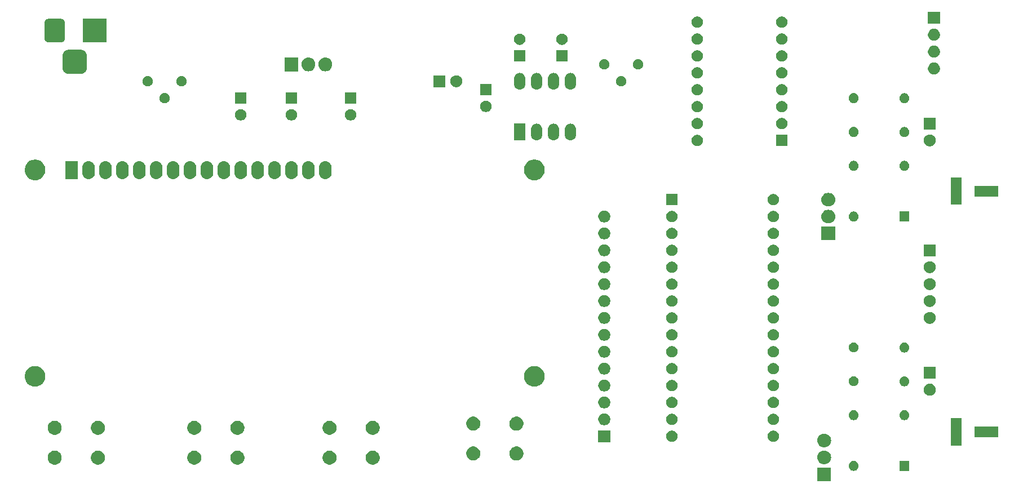
<source format=gbr>
G04 #@! TF.GenerationSoftware,KiCad,Pcbnew,5.1.5-52549c5~84~ubuntu18.04.1*
G04 #@! TF.CreationDate,2020-03-30T21:13:52+05:30*
G04 #@! TF.ProjectId,osvent_controller,6f737665-6e74-45f6-936f-6e74726f6c6c,rev?*
G04 #@! TF.SameCoordinates,Original*
G04 #@! TF.FileFunction,Soldermask,Bot*
G04 #@! TF.FilePolarity,Negative*
%FSLAX46Y46*%
G04 Gerber Fmt 4.6, Leading zero omitted, Abs format (unit mm)*
G04 Created by KiCad (PCBNEW 5.1.5-52549c5~84~ubuntu18.04.1) date 2020-03-30 21:13:52*
%MOMM*%
%LPD*%
G04 APERTURE LIST*
%ADD10C,0.100000*%
G04 APERTURE END LIST*
D10*
G36*
X144561000Y-95618500D02*
G01*
X142459000Y-95618500D01*
X142459000Y-93611500D01*
X144561000Y-93611500D01*
X144561000Y-95618500D01*
G37*
G36*
X156326000Y-94096000D02*
G01*
X154824000Y-94096000D01*
X154824000Y-92594000D01*
X156326000Y-92594000D01*
X156326000Y-94096000D01*
G37*
G36*
X148174059Y-92622860D02*
G01*
X148310732Y-92679472D01*
X148433735Y-92761660D01*
X148538340Y-92866265D01*
X148620528Y-92989268D01*
X148677140Y-93125941D01*
X148706000Y-93271033D01*
X148706000Y-93418967D01*
X148677140Y-93564059D01*
X148620528Y-93700732D01*
X148538340Y-93823735D01*
X148433735Y-93928340D01*
X148310732Y-94010528D01*
X148310731Y-94010529D01*
X148310730Y-94010529D01*
X148174059Y-94067140D01*
X148028968Y-94096000D01*
X147881032Y-94096000D01*
X147735941Y-94067140D01*
X147599270Y-94010529D01*
X147599269Y-94010529D01*
X147599268Y-94010528D01*
X147476265Y-93928340D01*
X147371660Y-93823735D01*
X147289472Y-93700732D01*
X147232860Y-93564059D01*
X147204000Y-93418967D01*
X147204000Y-93271033D01*
X147232860Y-93125941D01*
X147289472Y-92989268D01*
X147371660Y-92866265D01*
X147476265Y-92761660D01*
X147599268Y-92679472D01*
X147735941Y-92622860D01*
X147881032Y-92594000D01*
X148028968Y-92594000D01*
X148174059Y-92622860D01*
G37*
G36*
X49201564Y-91119389D02*
G01*
X49392833Y-91198615D01*
X49392835Y-91198616D01*
X49564973Y-91313635D01*
X49711365Y-91460027D01*
X49826385Y-91632167D01*
X49905611Y-91823436D01*
X49946000Y-92026484D01*
X49946000Y-92233516D01*
X49905611Y-92436564D01*
X49860281Y-92546000D01*
X49826384Y-92627835D01*
X49711365Y-92799973D01*
X49564973Y-92946365D01*
X49392835Y-93061384D01*
X49392834Y-93061385D01*
X49392833Y-93061385D01*
X49201564Y-93140611D01*
X48998516Y-93181000D01*
X48791484Y-93181000D01*
X48588436Y-93140611D01*
X48397167Y-93061385D01*
X48397166Y-93061385D01*
X48397165Y-93061384D01*
X48225027Y-92946365D01*
X48078635Y-92799973D01*
X47963616Y-92627835D01*
X47929719Y-92546000D01*
X47884389Y-92436564D01*
X47844000Y-92233516D01*
X47844000Y-92026484D01*
X47884389Y-91823436D01*
X47963615Y-91632167D01*
X48078635Y-91460027D01*
X48225027Y-91313635D01*
X48397165Y-91198616D01*
X48397167Y-91198615D01*
X48588436Y-91119389D01*
X48791484Y-91079000D01*
X48998516Y-91079000D01*
X49201564Y-91119389D01*
G37*
G36*
X55701564Y-91119389D02*
G01*
X55892833Y-91198615D01*
X55892835Y-91198616D01*
X56064973Y-91313635D01*
X56211365Y-91460027D01*
X56326385Y-91632167D01*
X56405611Y-91823436D01*
X56446000Y-92026484D01*
X56446000Y-92233516D01*
X56405611Y-92436564D01*
X56360281Y-92546000D01*
X56326384Y-92627835D01*
X56211365Y-92799973D01*
X56064973Y-92946365D01*
X55892835Y-93061384D01*
X55892834Y-93061385D01*
X55892833Y-93061385D01*
X55701564Y-93140611D01*
X55498516Y-93181000D01*
X55291484Y-93181000D01*
X55088436Y-93140611D01*
X54897167Y-93061385D01*
X54897166Y-93061385D01*
X54897165Y-93061384D01*
X54725027Y-92946365D01*
X54578635Y-92799973D01*
X54463616Y-92627835D01*
X54429719Y-92546000D01*
X54384389Y-92436564D01*
X54344000Y-92233516D01*
X54344000Y-92026484D01*
X54384389Y-91823436D01*
X54463615Y-91632167D01*
X54578635Y-91460027D01*
X54725027Y-91313635D01*
X54897165Y-91198616D01*
X54897167Y-91198615D01*
X55088436Y-91119389D01*
X55291484Y-91079000D01*
X55498516Y-91079000D01*
X55701564Y-91119389D01*
G37*
G36*
X69521564Y-91119389D02*
G01*
X69712833Y-91198615D01*
X69712835Y-91198616D01*
X69884973Y-91313635D01*
X70031365Y-91460027D01*
X70146385Y-91632167D01*
X70225611Y-91823436D01*
X70266000Y-92026484D01*
X70266000Y-92233516D01*
X70225611Y-92436564D01*
X70180281Y-92546000D01*
X70146384Y-92627835D01*
X70031365Y-92799973D01*
X69884973Y-92946365D01*
X69712835Y-93061384D01*
X69712834Y-93061385D01*
X69712833Y-93061385D01*
X69521564Y-93140611D01*
X69318516Y-93181000D01*
X69111484Y-93181000D01*
X68908436Y-93140611D01*
X68717167Y-93061385D01*
X68717166Y-93061385D01*
X68717165Y-93061384D01*
X68545027Y-92946365D01*
X68398635Y-92799973D01*
X68283616Y-92627835D01*
X68249719Y-92546000D01*
X68204389Y-92436564D01*
X68164000Y-92233516D01*
X68164000Y-92026484D01*
X68204389Y-91823436D01*
X68283615Y-91632167D01*
X68398635Y-91460027D01*
X68545027Y-91313635D01*
X68717165Y-91198616D01*
X68717167Y-91198615D01*
X68908436Y-91119389D01*
X69111484Y-91079000D01*
X69318516Y-91079000D01*
X69521564Y-91119389D01*
G37*
G36*
X28246564Y-91119389D02*
G01*
X28437833Y-91198615D01*
X28437835Y-91198616D01*
X28609973Y-91313635D01*
X28756365Y-91460027D01*
X28871385Y-91632167D01*
X28950611Y-91823436D01*
X28991000Y-92026484D01*
X28991000Y-92233516D01*
X28950611Y-92436564D01*
X28905281Y-92546000D01*
X28871384Y-92627835D01*
X28756365Y-92799973D01*
X28609973Y-92946365D01*
X28437835Y-93061384D01*
X28437834Y-93061385D01*
X28437833Y-93061385D01*
X28246564Y-93140611D01*
X28043516Y-93181000D01*
X27836484Y-93181000D01*
X27633436Y-93140611D01*
X27442167Y-93061385D01*
X27442166Y-93061385D01*
X27442165Y-93061384D01*
X27270027Y-92946365D01*
X27123635Y-92799973D01*
X27008616Y-92627835D01*
X26974719Y-92546000D01*
X26929389Y-92436564D01*
X26889000Y-92233516D01*
X26889000Y-92026484D01*
X26929389Y-91823436D01*
X27008615Y-91632167D01*
X27123635Y-91460027D01*
X27270027Y-91313635D01*
X27442165Y-91198616D01*
X27442167Y-91198615D01*
X27633436Y-91119389D01*
X27836484Y-91079000D01*
X28043516Y-91079000D01*
X28246564Y-91119389D01*
G37*
G36*
X76021564Y-91119389D02*
G01*
X76212833Y-91198615D01*
X76212835Y-91198616D01*
X76384973Y-91313635D01*
X76531365Y-91460027D01*
X76646385Y-91632167D01*
X76725611Y-91823436D01*
X76766000Y-92026484D01*
X76766000Y-92233516D01*
X76725611Y-92436564D01*
X76680281Y-92546000D01*
X76646384Y-92627835D01*
X76531365Y-92799973D01*
X76384973Y-92946365D01*
X76212835Y-93061384D01*
X76212834Y-93061385D01*
X76212833Y-93061385D01*
X76021564Y-93140611D01*
X75818516Y-93181000D01*
X75611484Y-93181000D01*
X75408436Y-93140611D01*
X75217167Y-93061385D01*
X75217166Y-93061385D01*
X75217165Y-93061384D01*
X75045027Y-92946365D01*
X74898635Y-92799973D01*
X74783616Y-92627835D01*
X74749719Y-92546000D01*
X74704389Y-92436564D01*
X74664000Y-92233516D01*
X74664000Y-92026484D01*
X74704389Y-91823436D01*
X74783615Y-91632167D01*
X74898635Y-91460027D01*
X75045027Y-91313635D01*
X75217165Y-91198616D01*
X75217167Y-91198615D01*
X75408436Y-91119389D01*
X75611484Y-91079000D01*
X75818516Y-91079000D01*
X76021564Y-91119389D01*
G37*
G36*
X34746564Y-91119389D02*
G01*
X34937833Y-91198615D01*
X34937835Y-91198616D01*
X35109973Y-91313635D01*
X35256365Y-91460027D01*
X35371385Y-91632167D01*
X35450611Y-91823436D01*
X35491000Y-92026484D01*
X35491000Y-92233516D01*
X35450611Y-92436564D01*
X35405281Y-92546000D01*
X35371384Y-92627835D01*
X35256365Y-92799973D01*
X35109973Y-92946365D01*
X34937835Y-93061384D01*
X34937834Y-93061385D01*
X34937833Y-93061385D01*
X34746564Y-93140611D01*
X34543516Y-93181000D01*
X34336484Y-93181000D01*
X34133436Y-93140611D01*
X33942167Y-93061385D01*
X33942166Y-93061385D01*
X33942165Y-93061384D01*
X33770027Y-92946365D01*
X33623635Y-92799973D01*
X33508616Y-92627835D01*
X33474719Y-92546000D01*
X33429389Y-92436564D01*
X33389000Y-92233516D01*
X33389000Y-92026484D01*
X33429389Y-91823436D01*
X33508615Y-91632167D01*
X33623635Y-91460027D01*
X33770027Y-91313635D01*
X33942165Y-91198616D01*
X33942167Y-91198615D01*
X34133436Y-91119389D01*
X34336484Y-91079000D01*
X34543516Y-91079000D01*
X34746564Y-91119389D01*
G37*
G36*
X143655936Y-91076340D02*
G01*
X143754220Y-91086020D01*
X143943381Y-91143401D01*
X144117712Y-91236583D01*
X144270515Y-91361985D01*
X144395917Y-91514788D01*
X144489099Y-91689119D01*
X144546480Y-91878280D01*
X144565855Y-92075000D01*
X144546480Y-92271720D01*
X144489099Y-92460881D01*
X144395917Y-92635212D01*
X144270515Y-92788015D01*
X144117712Y-92913417D01*
X143943381Y-93006599D01*
X143754220Y-93063980D01*
X143655936Y-93073660D01*
X143606795Y-93078500D01*
X143413205Y-93078500D01*
X143364064Y-93073660D01*
X143265780Y-93063980D01*
X143076619Y-93006599D01*
X142902288Y-92913417D01*
X142749485Y-92788015D01*
X142624083Y-92635212D01*
X142530901Y-92460881D01*
X142473520Y-92271720D01*
X142454145Y-92075000D01*
X142473520Y-91878280D01*
X142530901Y-91689119D01*
X142624083Y-91514788D01*
X142749485Y-91361985D01*
X142902288Y-91236583D01*
X143076619Y-91143401D01*
X143265780Y-91086020D01*
X143364064Y-91076340D01*
X143413205Y-91071500D01*
X143606795Y-91071500D01*
X143655936Y-91076340D01*
G37*
G36*
X97611564Y-90484389D02*
G01*
X97802833Y-90563615D01*
X97802835Y-90563616D01*
X97974973Y-90678635D01*
X98121365Y-90825027D01*
X98236385Y-90997167D01*
X98315611Y-91188436D01*
X98356000Y-91391484D01*
X98356000Y-91598516D01*
X98315611Y-91801564D01*
X98306551Y-91823436D01*
X98236384Y-91992835D01*
X98121365Y-92164973D01*
X97974973Y-92311365D01*
X97802835Y-92426384D01*
X97802834Y-92426385D01*
X97802833Y-92426385D01*
X97611564Y-92505611D01*
X97408516Y-92546000D01*
X97201484Y-92546000D01*
X96998436Y-92505611D01*
X96807167Y-92426385D01*
X96807166Y-92426385D01*
X96807165Y-92426384D01*
X96635027Y-92311365D01*
X96488635Y-92164973D01*
X96373616Y-91992835D01*
X96303449Y-91823436D01*
X96294389Y-91801564D01*
X96254000Y-91598516D01*
X96254000Y-91391484D01*
X96294389Y-91188436D01*
X96373615Y-90997167D01*
X96488635Y-90825027D01*
X96635027Y-90678635D01*
X96807165Y-90563616D01*
X96807167Y-90563615D01*
X96998436Y-90484389D01*
X97201484Y-90444000D01*
X97408516Y-90444000D01*
X97611564Y-90484389D01*
G37*
G36*
X91111564Y-90484389D02*
G01*
X91302833Y-90563615D01*
X91302835Y-90563616D01*
X91474973Y-90678635D01*
X91621365Y-90825027D01*
X91736385Y-90997167D01*
X91815611Y-91188436D01*
X91856000Y-91391484D01*
X91856000Y-91598516D01*
X91815611Y-91801564D01*
X91806551Y-91823436D01*
X91736384Y-91992835D01*
X91621365Y-92164973D01*
X91474973Y-92311365D01*
X91302835Y-92426384D01*
X91302834Y-92426385D01*
X91302833Y-92426385D01*
X91111564Y-92505611D01*
X90908516Y-92546000D01*
X90701484Y-92546000D01*
X90498436Y-92505611D01*
X90307167Y-92426385D01*
X90307166Y-92426385D01*
X90307165Y-92426384D01*
X90135027Y-92311365D01*
X89988635Y-92164973D01*
X89873616Y-91992835D01*
X89803449Y-91823436D01*
X89794389Y-91801564D01*
X89754000Y-91598516D01*
X89754000Y-91391484D01*
X89794389Y-91188436D01*
X89873615Y-90997167D01*
X89988635Y-90825027D01*
X90135027Y-90678635D01*
X90307165Y-90563616D01*
X90307167Y-90563615D01*
X90498436Y-90484389D01*
X90701484Y-90444000D01*
X90908516Y-90444000D01*
X91111564Y-90484389D01*
G37*
G36*
X143655936Y-88536340D02*
G01*
X143754220Y-88546020D01*
X143943381Y-88603401D01*
X144117712Y-88696583D01*
X144270515Y-88821985D01*
X144395917Y-88974788D01*
X144489099Y-89149119D01*
X144546480Y-89338280D01*
X144565855Y-89535000D01*
X144546480Y-89731720D01*
X144489099Y-89920881D01*
X144395917Y-90095212D01*
X144270515Y-90248015D01*
X144117712Y-90373417D01*
X143943381Y-90466599D01*
X143754220Y-90523980D01*
X143655936Y-90533660D01*
X143606795Y-90538500D01*
X143413205Y-90538500D01*
X143364064Y-90533660D01*
X143265780Y-90523980D01*
X143076619Y-90466599D01*
X142902288Y-90373417D01*
X142749485Y-90248015D01*
X142624083Y-90095212D01*
X142530901Y-89920881D01*
X142473520Y-89731720D01*
X142454145Y-89535000D01*
X142473520Y-89338280D01*
X142530901Y-89149119D01*
X142624083Y-88974788D01*
X142749485Y-88821985D01*
X142902288Y-88696583D01*
X143076619Y-88603401D01*
X143265780Y-88546020D01*
X143364064Y-88536340D01*
X143413205Y-88531500D01*
X143606795Y-88531500D01*
X143655936Y-88536340D01*
G37*
G36*
X164198000Y-90316000D02*
G01*
X162572000Y-90316000D01*
X162572000Y-86214000D01*
X164198000Y-86214000D01*
X164198000Y-90316000D01*
G37*
G36*
X111391000Y-89801000D02*
G01*
X109589000Y-89801000D01*
X109589000Y-87999000D01*
X111391000Y-87999000D01*
X111391000Y-89801000D01*
G37*
G36*
X136138228Y-88081703D02*
G01*
X136293100Y-88145853D01*
X136432481Y-88238985D01*
X136551015Y-88357519D01*
X136644147Y-88496900D01*
X136708297Y-88651772D01*
X136741000Y-88816184D01*
X136741000Y-88983816D01*
X136708297Y-89148228D01*
X136644147Y-89303100D01*
X136551015Y-89442481D01*
X136432481Y-89561015D01*
X136293100Y-89654147D01*
X136138228Y-89718297D01*
X135973816Y-89751000D01*
X135806184Y-89751000D01*
X135641772Y-89718297D01*
X135486900Y-89654147D01*
X135347519Y-89561015D01*
X135228985Y-89442481D01*
X135135853Y-89303100D01*
X135071703Y-89148228D01*
X135039000Y-88983816D01*
X135039000Y-88816184D01*
X135071703Y-88651772D01*
X135135853Y-88496900D01*
X135228985Y-88357519D01*
X135347519Y-88238985D01*
X135486900Y-88145853D01*
X135641772Y-88081703D01*
X135806184Y-88049000D01*
X135973816Y-88049000D01*
X136138228Y-88081703D01*
G37*
G36*
X120898228Y-88081703D02*
G01*
X121053100Y-88145853D01*
X121192481Y-88238985D01*
X121311015Y-88357519D01*
X121404147Y-88496900D01*
X121468297Y-88651772D01*
X121501000Y-88816184D01*
X121501000Y-88983816D01*
X121468297Y-89148228D01*
X121404147Y-89303100D01*
X121311015Y-89442481D01*
X121192481Y-89561015D01*
X121053100Y-89654147D01*
X120898228Y-89718297D01*
X120733816Y-89751000D01*
X120566184Y-89751000D01*
X120401772Y-89718297D01*
X120246900Y-89654147D01*
X120107519Y-89561015D01*
X119988985Y-89442481D01*
X119895853Y-89303100D01*
X119831703Y-89148228D01*
X119799000Y-88983816D01*
X119799000Y-88816184D01*
X119831703Y-88651772D01*
X119895853Y-88496900D01*
X119988985Y-88357519D01*
X120107519Y-88238985D01*
X120246900Y-88145853D01*
X120401772Y-88081703D01*
X120566184Y-88049000D01*
X120733816Y-88049000D01*
X120898228Y-88081703D01*
G37*
G36*
X169686000Y-89078000D02*
G01*
X166084000Y-89078000D01*
X166084000Y-87452000D01*
X169686000Y-87452000D01*
X169686000Y-89078000D01*
G37*
G36*
X55701564Y-86619389D02*
G01*
X55892833Y-86698615D01*
X55892835Y-86698616D01*
X56064973Y-86813635D01*
X56211365Y-86960027D01*
X56314345Y-87114147D01*
X56326385Y-87132167D01*
X56405611Y-87323436D01*
X56446000Y-87526484D01*
X56446000Y-87733516D01*
X56405611Y-87936564D01*
X56345492Y-88081705D01*
X56326384Y-88127835D01*
X56211365Y-88299973D01*
X56064973Y-88446365D01*
X55892835Y-88561384D01*
X55892834Y-88561385D01*
X55892833Y-88561385D01*
X55701564Y-88640611D01*
X55498516Y-88681000D01*
X55291484Y-88681000D01*
X55088436Y-88640611D01*
X54897167Y-88561385D01*
X54897166Y-88561385D01*
X54897165Y-88561384D01*
X54725027Y-88446365D01*
X54578635Y-88299973D01*
X54463616Y-88127835D01*
X54444508Y-88081705D01*
X54384389Y-87936564D01*
X54344000Y-87733516D01*
X54344000Y-87526484D01*
X54384389Y-87323436D01*
X54463615Y-87132167D01*
X54475656Y-87114147D01*
X54578635Y-86960027D01*
X54725027Y-86813635D01*
X54897165Y-86698616D01*
X54897167Y-86698615D01*
X55088436Y-86619389D01*
X55291484Y-86579000D01*
X55498516Y-86579000D01*
X55701564Y-86619389D01*
G37*
G36*
X49201564Y-86619389D02*
G01*
X49392833Y-86698615D01*
X49392835Y-86698616D01*
X49564973Y-86813635D01*
X49711365Y-86960027D01*
X49814345Y-87114147D01*
X49826385Y-87132167D01*
X49905611Y-87323436D01*
X49946000Y-87526484D01*
X49946000Y-87733516D01*
X49905611Y-87936564D01*
X49845492Y-88081705D01*
X49826384Y-88127835D01*
X49711365Y-88299973D01*
X49564973Y-88446365D01*
X49392835Y-88561384D01*
X49392834Y-88561385D01*
X49392833Y-88561385D01*
X49201564Y-88640611D01*
X48998516Y-88681000D01*
X48791484Y-88681000D01*
X48588436Y-88640611D01*
X48397167Y-88561385D01*
X48397166Y-88561385D01*
X48397165Y-88561384D01*
X48225027Y-88446365D01*
X48078635Y-88299973D01*
X47963616Y-88127835D01*
X47944508Y-88081705D01*
X47884389Y-87936564D01*
X47844000Y-87733516D01*
X47844000Y-87526484D01*
X47884389Y-87323436D01*
X47963615Y-87132167D01*
X47975656Y-87114147D01*
X48078635Y-86960027D01*
X48225027Y-86813635D01*
X48397165Y-86698616D01*
X48397167Y-86698615D01*
X48588436Y-86619389D01*
X48791484Y-86579000D01*
X48998516Y-86579000D01*
X49201564Y-86619389D01*
G37*
G36*
X69521564Y-86619389D02*
G01*
X69712833Y-86698615D01*
X69712835Y-86698616D01*
X69884973Y-86813635D01*
X70031365Y-86960027D01*
X70134345Y-87114147D01*
X70146385Y-87132167D01*
X70225611Y-87323436D01*
X70266000Y-87526484D01*
X70266000Y-87733516D01*
X70225611Y-87936564D01*
X70165492Y-88081705D01*
X70146384Y-88127835D01*
X70031365Y-88299973D01*
X69884973Y-88446365D01*
X69712835Y-88561384D01*
X69712834Y-88561385D01*
X69712833Y-88561385D01*
X69521564Y-88640611D01*
X69318516Y-88681000D01*
X69111484Y-88681000D01*
X68908436Y-88640611D01*
X68717167Y-88561385D01*
X68717166Y-88561385D01*
X68717165Y-88561384D01*
X68545027Y-88446365D01*
X68398635Y-88299973D01*
X68283616Y-88127835D01*
X68264508Y-88081705D01*
X68204389Y-87936564D01*
X68164000Y-87733516D01*
X68164000Y-87526484D01*
X68204389Y-87323436D01*
X68283615Y-87132167D01*
X68295656Y-87114147D01*
X68398635Y-86960027D01*
X68545027Y-86813635D01*
X68717165Y-86698616D01*
X68717167Y-86698615D01*
X68908436Y-86619389D01*
X69111484Y-86579000D01*
X69318516Y-86579000D01*
X69521564Y-86619389D01*
G37*
G36*
X76021564Y-86619389D02*
G01*
X76212833Y-86698615D01*
X76212835Y-86698616D01*
X76384973Y-86813635D01*
X76531365Y-86960027D01*
X76634345Y-87114147D01*
X76646385Y-87132167D01*
X76725611Y-87323436D01*
X76766000Y-87526484D01*
X76766000Y-87733516D01*
X76725611Y-87936564D01*
X76665492Y-88081705D01*
X76646384Y-88127835D01*
X76531365Y-88299973D01*
X76384973Y-88446365D01*
X76212835Y-88561384D01*
X76212834Y-88561385D01*
X76212833Y-88561385D01*
X76021564Y-88640611D01*
X75818516Y-88681000D01*
X75611484Y-88681000D01*
X75408436Y-88640611D01*
X75217167Y-88561385D01*
X75217166Y-88561385D01*
X75217165Y-88561384D01*
X75045027Y-88446365D01*
X74898635Y-88299973D01*
X74783616Y-88127835D01*
X74764508Y-88081705D01*
X74704389Y-87936564D01*
X74664000Y-87733516D01*
X74664000Y-87526484D01*
X74704389Y-87323436D01*
X74783615Y-87132167D01*
X74795656Y-87114147D01*
X74898635Y-86960027D01*
X75045027Y-86813635D01*
X75217165Y-86698616D01*
X75217167Y-86698615D01*
X75408436Y-86619389D01*
X75611484Y-86579000D01*
X75818516Y-86579000D01*
X76021564Y-86619389D01*
G37*
G36*
X28246564Y-86619389D02*
G01*
X28437833Y-86698615D01*
X28437835Y-86698616D01*
X28609973Y-86813635D01*
X28756365Y-86960027D01*
X28859345Y-87114147D01*
X28871385Y-87132167D01*
X28950611Y-87323436D01*
X28991000Y-87526484D01*
X28991000Y-87733516D01*
X28950611Y-87936564D01*
X28890492Y-88081705D01*
X28871384Y-88127835D01*
X28756365Y-88299973D01*
X28609973Y-88446365D01*
X28437835Y-88561384D01*
X28437834Y-88561385D01*
X28437833Y-88561385D01*
X28246564Y-88640611D01*
X28043516Y-88681000D01*
X27836484Y-88681000D01*
X27633436Y-88640611D01*
X27442167Y-88561385D01*
X27442166Y-88561385D01*
X27442165Y-88561384D01*
X27270027Y-88446365D01*
X27123635Y-88299973D01*
X27008616Y-88127835D01*
X26989508Y-88081705D01*
X26929389Y-87936564D01*
X26889000Y-87733516D01*
X26889000Y-87526484D01*
X26929389Y-87323436D01*
X27008615Y-87132167D01*
X27020656Y-87114147D01*
X27123635Y-86960027D01*
X27270027Y-86813635D01*
X27442165Y-86698616D01*
X27442167Y-86698615D01*
X27633436Y-86619389D01*
X27836484Y-86579000D01*
X28043516Y-86579000D01*
X28246564Y-86619389D01*
G37*
G36*
X34746564Y-86619389D02*
G01*
X34937833Y-86698615D01*
X34937835Y-86698616D01*
X35109973Y-86813635D01*
X35256365Y-86960027D01*
X35359345Y-87114147D01*
X35371385Y-87132167D01*
X35450611Y-87323436D01*
X35491000Y-87526484D01*
X35491000Y-87733516D01*
X35450611Y-87936564D01*
X35390492Y-88081705D01*
X35371384Y-88127835D01*
X35256365Y-88299973D01*
X35109973Y-88446365D01*
X34937835Y-88561384D01*
X34937834Y-88561385D01*
X34937833Y-88561385D01*
X34746564Y-88640611D01*
X34543516Y-88681000D01*
X34336484Y-88681000D01*
X34133436Y-88640611D01*
X33942167Y-88561385D01*
X33942166Y-88561385D01*
X33942165Y-88561384D01*
X33770027Y-88446365D01*
X33623635Y-88299973D01*
X33508616Y-88127835D01*
X33489508Y-88081705D01*
X33429389Y-87936564D01*
X33389000Y-87733516D01*
X33389000Y-87526484D01*
X33429389Y-87323436D01*
X33508615Y-87132167D01*
X33520656Y-87114147D01*
X33623635Y-86960027D01*
X33770027Y-86813635D01*
X33942165Y-86698616D01*
X33942167Y-86698615D01*
X34133436Y-86619389D01*
X34336484Y-86579000D01*
X34543516Y-86579000D01*
X34746564Y-86619389D01*
G37*
G36*
X97611564Y-85984389D02*
G01*
X97802833Y-86063615D01*
X97802835Y-86063616D01*
X97974973Y-86178635D01*
X98121365Y-86325027D01*
X98200737Y-86443815D01*
X98236385Y-86497167D01*
X98315611Y-86688436D01*
X98356000Y-86891484D01*
X98356000Y-87098516D01*
X98315611Y-87301564D01*
X98236385Y-87492833D01*
X98236384Y-87492835D01*
X98121365Y-87664973D01*
X97974973Y-87811365D01*
X97802835Y-87926384D01*
X97802834Y-87926385D01*
X97802833Y-87926385D01*
X97611564Y-88005611D01*
X97408516Y-88046000D01*
X97201484Y-88046000D01*
X96998436Y-88005611D01*
X96807167Y-87926385D01*
X96807166Y-87926385D01*
X96807165Y-87926384D01*
X96635027Y-87811365D01*
X96488635Y-87664973D01*
X96373616Y-87492835D01*
X96373615Y-87492833D01*
X96294389Y-87301564D01*
X96254000Y-87098516D01*
X96254000Y-86891484D01*
X96294389Y-86688436D01*
X96373615Y-86497167D01*
X96409264Y-86443815D01*
X96488635Y-86325027D01*
X96635027Y-86178635D01*
X96807165Y-86063616D01*
X96807167Y-86063615D01*
X96998436Y-85984389D01*
X97201484Y-85944000D01*
X97408516Y-85944000D01*
X97611564Y-85984389D01*
G37*
G36*
X91111564Y-85984389D02*
G01*
X91302833Y-86063615D01*
X91302835Y-86063616D01*
X91474973Y-86178635D01*
X91621365Y-86325027D01*
X91700737Y-86443815D01*
X91736385Y-86497167D01*
X91815611Y-86688436D01*
X91856000Y-86891484D01*
X91856000Y-87098516D01*
X91815611Y-87301564D01*
X91736385Y-87492833D01*
X91736384Y-87492835D01*
X91621365Y-87664973D01*
X91474973Y-87811365D01*
X91302835Y-87926384D01*
X91302834Y-87926385D01*
X91302833Y-87926385D01*
X91111564Y-88005611D01*
X90908516Y-88046000D01*
X90701484Y-88046000D01*
X90498436Y-88005611D01*
X90307167Y-87926385D01*
X90307166Y-87926385D01*
X90307165Y-87926384D01*
X90135027Y-87811365D01*
X89988635Y-87664973D01*
X89873616Y-87492835D01*
X89873615Y-87492833D01*
X89794389Y-87301564D01*
X89754000Y-87098516D01*
X89754000Y-86891484D01*
X89794389Y-86688436D01*
X89873615Y-86497167D01*
X89909264Y-86443815D01*
X89988635Y-86325027D01*
X90135027Y-86178635D01*
X90307165Y-86063616D01*
X90307167Y-86063615D01*
X90498436Y-85984389D01*
X90701484Y-85944000D01*
X90908516Y-85944000D01*
X91111564Y-85984389D01*
G37*
G36*
X110603512Y-85463927D02*
G01*
X110752812Y-85493624D01*
X110916784Y-85561544D01*
X111064354Y-85660147D01*
X111189853Y-85785646D01*
X111288456Y-85933216D01*
X111356376Y-86097188D01*
X111391000Y-86271259D01*
X111391000Y-86448741D01*
X111356376Y-86622812D01*
X111288456Y-86786784D01*
X111189853Y-86934354D01*
X111064354Y-87059853D01*
X110916784Y-87158456D01*
X110752812Y-87226376D01*
X110603512Y-87256073D01*
X110578742Y-87261000D01*
X110401258Y-87261000D01*
X110376488Y-87256073D01*
X110227188Y-87226376D01*
X110063216Y-87158456D01*
X109915646Y-87059853D01*
X109790147Y-86934354D01*
X109691544Y-86786784D01*
X109623624Y-86622812D01*
X109589000Y-86448741D01*
X109589000Y-86271259D01*
X109623624Y-86097188D01*
X109691544Y-85933216D01*
X109790147Y-85785646D01*
X109915646Y-85660147D01*
X110063216Y-85561544D01*
X110227188Y-85493624D01*
X110376488Y-85463927D01*
X110401258Y-85459000D01*
X110578742Y-85459000D01*
X110603512Y-85463927D01*
G37*
G36*
X120898228Y-85541703D02*
G01*
X121053100Y-85605853D01*
X121192481Y-85698985D01*
X121311015Y-85817519D01*
X121404147Y-85956900D01*
X121468297Y-86111772D01*
X121501000Y-86276184D01*
X121501000Y-86443816D01*
X121468297Y-86608228D01*
X121404147Y-86763100D01*
X121311015Y-86902481D01*
X121192481Y-87021015D01*
X121053100Y-87114147D01*
X120898228Y-87178297D01*
X120733816Y-87211000D01*
X120566184Y-87211000D01*
X120401772Y-87178297D01*
X120246900Y-87114147D01*
X120107519Y-87021015D01*
X119988985Y-86902481D01*
X119895853Y-86763100D01*
X119831703Y-86608228D01*
X119799000Y-86443816D01*
X119799000Y-86276184D01*
X119831703Y-86111772D01*
X119895853Y-85956900D01*
X119988985Y-85817519D01*
X120107519Y-85698985D01*
X120246900Y-85605853D01*
X120401772Y-85541703D01*
X120566184Y-85509000D01*
X120733816Y-85509000D01*
X120898228Y-85541703D01*
G37*
G36*
X136138228Y-85541703D02*
G01*
X136293100Y-85605853D01*
X136432481Y-85698985D01*
X136551015Y-85817519D01*
X136644147Y-85956900D01*
X136708297Y-86111772D01*
X136741000Y-86276184D01*
X136741000Y-86443816D01*
X136708297Y-86608228D01*
X136644147Y-86763100D01*
X136551015Y-86902481D01*
X136432481Y-87021015D01*
X136293100Y-87114147D01*
X136138228Y-87178297D01*
X135973816Y-87211000D01*
X135806184Y-87211000D01*
X135641772Y-87178297D01*
X135486900Y-87114147D01*
X135347519Y-87021015D01*
X135228985Y-86902481D01*
X135135853Y-86763100D01*
X135071703Y-86608228D01*
X135039000Y-86443816D01*
X135039000Y-86276184D01*
X135071703Y-86111772D01*
X135135853Y-85956900D01*
X135228985Y-85817519D01*
X135347519Y-85698985D01*
X135486900Y-85605853D01*
X135641772Y-85541703D01*
X135806184Y-85509000D01*
X135973816Y-85509000D01*
X136138228Y-85541703D01*
G37*
G36*
X155794059Y-85002860D02*
G01*
X155930732Y-85059472D01*
X156053735Y-85141660D01*
X156158340Y-85246265D01*
X156240528Y-85369268D01*
X156297140Y-85505941D01*
X156326000Y-85651033D01*
X156326000Y-85798967D01*
X156297140Y-85944059D01*
X156240528Y-86080732D01*
X156158340Y-86203735D01*
X156053735Y-86308340D01*
X155930732Y-86390528D01*
X155930731Y-86390529D01*
X155930730Y-86390529D01*
X155794059Y-86447140D01*
X155648968Y-86476000D01*
X155501032Y-86476000D01*
X155355941Y-86447140D01*
X155219270Y-86390529D01*
X155219269Y-86390529D01*
X155219268Y-86390528D01*
X155096265Y-86308340D01*
X154991660Y-86203735D01*
X154909472Y-86080732D01*
X154852860Y-85944059D01*
X154824000Y-85798967D01*
X154824000Y-85651033D01*
X154852860Y-85505941D01*
X154909472Y-85369268D01*
X154991660Y-85246265D01*
X155096265Y-85141660D01*
X155219268Y-85059472D01*
X155355941Y-85002860D01*
X155501032Y-84974000D01*
X155648968Y-84974000D01*
X155794059Y-85002860D01*
G37*
G36*
X148174059Y-85002860D02*
G01*
X148310732Y-85059472D01*
X148433735Y-85141660D01*
X148538340Y-85246265D01*
X148620528Y-85369268D01*
X148677140Y-85505941D01*
X148706000Y-85651033D01*
X148706000Y-85798967D01*
X148677140Y-85944059D01*
X148620528Y-86080732D01*
X148538340Y-86203735D01*
X148433735Y-86308340D01*
X148310732Y-86390528D01*
X148310731Y-86390529D01*
X148310730Y-86390529D01*
X148174059Y-86447140D01*
X148028968Y-86476000D01*
X147881032Y-86476000D01*
X147735941Y-86447140D01*
X147599270Y-86390529D01*
X147599269Y-86390529D01*
X147599268Y-86390528D01*
X147476265Y-86308340D01*
X147371660Y-86203735D01*
X147289472Y-86080732D01*
X147232860Y-85944059D01*
X147204000Y-85798967D01*
X147204000Y-85651033D01*
X147232860Y-85505941D01*
X147289472Y-85369268D01*
X147371660Y-85246265D01*
X147476265Y-85141660D01*
X147599268Y-85059472D01*
X147735941Y-85002860D01*
X147881032Y-84974000D01*
X148028968Y-84974000D01*
X148174059Y-85002860D01*
G37*
G36*
X110603512Y-82923927D02*
G01*
X110752812Y-82953624D01*
X110916784Y-83021544D01*
X111064354Y-83120147D01*
X111189853Y-83245646D01*
X111288456Y-83393216D01*
X111356376Y-83557188D01*
X111391000Y-83731259D01*
X111391000Y-83908741D01*
X111356376Y-84082812D01*
X111288456Y-84246784D01*
X111189853Y-84394354D01*
X111064354Y-84519853D01*
X110916784Y-84618456D01*
X110752812Y-84686376D01*
X110603512Y-84716073D01*
X110578742Y-84721000D01*
X110401258Y-84721000D01*
X110376488Y-84716073D01*
X110227188Y-84686376D01*
X110063216Y-84618456D01*
X109915646Y-84519853D01*
X109790147Y-84394354D01*
X109691544Y-84246784D01*
X109623624Y-84082812D01*
X109589000Y-83908741D01*
X109589000Y-83731259D01*
X109623624Y-83557188D01*
X109691544Y-83393216D01*
X109790147Y-83245646D01*
X109915646Y-83120147D01*
X110063216Y-83021544D01*
X110227188Y-82953624D01*
X110376488Y-82923927D01*
X110401258Y-82919000D01*
X110578742Y-82919000D01*
X110603512Y-82923927D01*
G37*
G36*
X136138228Y-83001703D02*
G01*
X136293100Y-83065853D01*
X136432481Y-83158985D01*
X136551015Y-83277519D01*
X136644147Y-83416900D01*
X136708297Y-83571772D01*
X136741000Y-83736184D01*
X136741000Y-83903816D01*
X136708297Y-84068228D01*
X136644147Y-84223100D01*
X136551015Y-84362481D01*
X136432481Y-84481015D01*
X136293100Y-84574147D01*
X136138228Y-84638297D01*
X135973816Y-84671000D01*
X135806184Y-84671000D01*
X135641772Y-84638297D01*
X135486900Y-84574147D01*
X135347519Y-84481015D01*
X135228985Y-84362481D01*
X135135853Y-84223100D01*
X135071703Y-84068228D01*
X135039000Y-83903816D01*
X135039000Y-83736184D01*
X135071703Y-83571772D01*
X135135853Y-83416900D01*
X135228985Y-83277519D01*
X135347519Y-83158985D01*
X135486900Y-83065853D01*
X135641772Y-83001703D01*
X135806184Y-82969000D01*
X135973816Y-82969000D01*
X136138228Y-83001703D01*
G37*
G36*
X120898228Y-83001703D02*
G01*
X121053100Y-83065853D01*
X121192481Y-83158985D01*
X121311015Y-83277519D01*
X121404147Y-83416900D01*
X121468297Y-83571772D01*
X121501000Y-83736184D01*
X121501000Y-83903816D01*
X121468297Y-84068228D01*
X121404147Y-84223100D01*
X121311015Y-84362481D01*
X121192481Y-84481015D01*
X121053100Y-84574147D01*
X120898228Y-84638297D01*
X120733816Y-84671000D01*
X120566184Y-84671000D01*
X120401772Y-84638297D01*
X120246900Y-84574147D01*
X120107519Y-84481015D01*
X119988985Y-84362481D01*
X119895853Y-84223100D01*
X119831703Y-84068228D01*
X119799000Y-83903816D01*
X119799000Y-83736184D01*
X119831703Y-83571772D01*
X119895853Y-83416900D01*
X119988985Y-83277519D01*
X120107519Y-83158985D01*
X120246900Y-83065853D01*
X120401772Y-83001703D01*
X120566184Y-82969000D01*
X120733816Y-82969000D01*
X120898228Y-83001703D01*
G37*
G36*
X159489769Y-81017188D02*
G01*
X159647812Y-81048624D01*
X159811784Y-81116544D01*
X159959354Y-81215147D01*
X160084853Y-81340646D01*
X160183456Y-81488216D01*
X160251376Y-81652188D01*
X160286000Y-81826259D01*
X160286000Y-82003741D01*
X160251376Y-82177812D01*
X160183456Y-82341784D01*
X160084853Y-82489354D01*
X159959354Y-82614853D01*
X159811784Y-82713456D01*
X159647812Y-82781376D01*
X159498512Y-82811073D01*
X159473742Y-82816000D01*
X159296258Y-82816000D01*
X159271488Y-82811073D01*
X159122188Y-82781376D01*
X158958216Y-82713456D01*
X158810646Y-82614853D01*
X158685147Y-82489354D01*
X158586544Y-82341784D01*
X158518624Y-82177812D01*
X158484000Y-82003741D01*
X158484000Y-81826259D01*
X158518624Y-81652188D01*
X158586544Y-81488216D01*
X158685147Y-81340646D01*
X158810646Y-81215147D01*
X158958216Y-81116544D01*
X159122188Y-81048624D01*
X159280231Y-81017188D01*
X159296258Y-81014000D01*
X159473742Y-81014000D01*
X159489769Y-81017188D01*
G37*
G36*
X110603512Y-80383927D02*
G01*
X110752812Y-80413624D01*
X110916784Y-80481544D01*
X111064354Y-80580147D01*
X111189853Y-80705646D01*
X111288456Y-80853216D01*
X111356376Y-81017188D01*
X111379558Y-81133735D01*
X111391000Y-81191258D01*
X111391000Y-81368742D01*
X111387567Y-81386000D01*
X111356376Y-81542812D01*
X111288456Y-81706784D01*
X111189853Y-81854354D01*
X111064354Y-81979853D01*
X110916784Y-82078456D01*
X110752812Y-82146376D01*
X110603512Y-82176073D01*
X110578742Y-82181000D01*
X110401258Y-82181000D01*
X110376488Y-82176073D01*
X110227188Y-82146376D01*
X110063216Y-82078456D01*
X109915646Y-81979853D01*
X109790147Y-81854354D01*
X109691544Y-81706784D01*
X109623624Y-81542812D01*
X109592433Y-81386000D01*
X109589000Y-81368742D01*
X109589000Y-81191258D01*
X109600442Y-81133735D01*
X109623624Y-81017188D01*
X109691544Y-80853216D01*
X109790147Y-80705646D01*
X109915646Y-80580147D01*
X110063216Y-80481544D01*
X110227188Y-80413624D01*
X110376488Y-80383927D01*
X110401258Y-80379000D01*
X110578742Y-80379000D01*
X110603512Y-80383927D01*
G37*
G36*
X136138228Y-80461703D02*
G01*
X136293100Y-80525853D01*
X136432481Y-80618985D01*
X136551015Y-80737519D01*
X136644147Y-80876900D01*
X136708297Y-81031772D01*
X136741000Y-81196184D01*
X136741000Y-81363816D01*
X136708297Y-81528228D01*
X136644147Y-81683100D01*
X136551015Y-81822481D01*
X136432481Y-81941015D01*
X136293100Y-82034147D01*
X136138228Y-82098297D01*
X135973816Y-82131000D01*
X135806184Y-82131000D01*
X135641772Y-82098297D01*
X135486900Y-82034147D01*
X135347519Y-81941015D01*
X135228985Y-81822481D01*
X135135853Y-81683100D01*
X135071703Y-81528228D01*
X135039000Y-81363816D01*
X135039000Y-81196184D01*
X135071703Y-81031772D01*
X135135853Y-80876900D01*
X135228985Y-80737519D01*
X135347519Y-80618985D01*
X135486900Y-80525853D01*
X135641772Y-80461703D01*
X135806184Y-80429000D01*
X135973816Y-80429000D01*
X136138228Y-80461703D01*
G37*
G36*
X120898228Y-80461703D02*
G01*
X121053100Y-80525853D01*
X121192481Y-80618985D01*
X121311015Y-80737519D01*
X121404147Y-80876900D01*
X121468297Y-81031772D01*
X121501000Y-81196184D01*
X121501000Y-81363816D01*
X121468297Y-81528228D01*
X121404147Y-81683100D01*
X121311015Y-81822481D01*
X121192481Y-81941015D01*
X121053100Y-82034147D01*
X120898228Y-82098297D01*
X120733816Y-82131000D01*
X120566184Y-82131000D01*
X120401772Y-82098297D01*
X120246900Y-82034147D01*
X120107519Y-81941015D01*
X119988985Y-81822481D01*
X119895853Y-81683100D01*
X119831703Y-81528228D01*
X119799000Y-81363816D01*
X119799000Y-81196184D01*
X119831703Y-81031772D01*
X119895853Y-80876900D01*
X119988985Y-80737519D01*
X120107519Y-80618985D01*
X120246900Y-80525853D01*
X120401772Y-80461703D01*
X120566184Y-80429000D01*
X120733816Y-80429000D01*
X120898228Y-80461703D01*
G37*
G36*
X100282065Y-78374502D02*
G01*
X100431890Y-78404304D01*
X100714154Y-78521221D01*
X100968185Y-78690959D01*
X101184221Y-78906995D01*
X101353959Y-79161026D01*
X101417469Y-79314354D01*
X101470876Y-79443291D01*
X101530480Y-79742939D01*
X101530480Y-80048461D01*
X101525865Y-80071660D01*
X101470876Y-80348110D01*
X101353959Y-80630374D01*
X101184221Y-80884405D01*
X100968185Y-81100441D01*
X100714154Y-81270179D01*
X100431890Y-81387096D01*
X100336853Y-81406000D01*
X100132241Y-81446700D01*
X99826719Y-81446700D01*
X99622107Y-81406000D01*
X99527070Y-81387096D01*
X99244806Y-81270179D01*
X98990775Y-81100441D01*
X98774739Y-80884405D01*
X98605001Y-80630374D01*
X98488084Y-80348110D01*
X98433095Y-80071660D01*
X98428480Y-80048461D01*
X98428480Y-79742939D01*
X98488084Y-79443291D01*
X98541491Y-79314354D01*
X98605001Y-79161026D01*
X98774739Y-78906995D01*
X98990775Y-78690959D01*
X99244806Y-78521221D01*
X99527070Y-78404304D01*
X99676895Y-78374502D01*
X99826719Y-78344700D01*
X100132241Y-78344700D01*
X100282065Y-78374502D01*
G37*
G36*
X25283485Y-78374502D02*
G01*
X25433310Y-78404304D01*
X25715574Y-78521221D01*
X25969605Y-78690959D01*
X26185641Y-78906995D01*
X26355379Y-79161026D01*
X26418889Y-79314354D01*
X26472296Y-79443291D01*
X26531900Y-79742939D01*
X26531900Y-80048461D01*
X26527285Y-80071660D01*
X26472296Y-80348110D01*
X26355379Y-80630374D01*
X26185641Y-80884405D01*
X25969605Y-81100441D01*
X25715574Y-81270179D01*
X25433310Y-81387096D01*
X25338273Y-81406000D01*
X25133661Y-81446700D01*
X24828139Y-81446700D01*
X24623527Y-81406000D01*
X24528490Y-81387096D01*
X24246226Y-81270179D01*
X23992195Y-81100441D01*
X23776159Y-80884405D01*
X23606421Y-80630374D01*
X23489504Y-80348110D01*
X23434515Y-80071660D01*
X23429900Y-80048461D01*
X23429900Y-79742939D01*
X23489504Y-79443291D01*
X23542911Y-79314354D01*
X23606421Y-79161026D01*
X23776159Y-78906995D01*
X23992195Y-78690959D01*
X24246226Y-78521221D01*
X24528490Y-78404304D01*
X24678315Y-78374502D01*
X24828139Y-78344700D01*
X25133661Y-78344700D01*
X25283485Y-78374502D01*
G37*
G36*
X155794059Y-79932860D02*
G01*
X155882446Y-79969471D01*
X155930732Y-79989472D01*
X156053735Y-80071660D01*
X156158340Y-80176265D01*
X156240528Y-80299268D01*
X156297140Y-80435941D01*
X156326000Y-80581033D01*
X156326000Y-80728967D01*
X156297140Y-80874059D01*
X156240528Y-81010732D01*
X156158340Y-81133735D01*
X156053735Y-81238340D01*
X155930732Y-81320528D01*
X155930731Y-81320529D01*
X155930730Y-81320529D01*
X155794059Y-81377140D01*
X155648968Y-81406000D01*
X155501032Y-81406000D01*
X155355941Y-81377140D01*
X155219270Y-81320529D01*
X155219269Y-81320529D01*
X155219268Y-81320528D01*
X155096265Y-81238340D01*
X154991660Y-81133735D01*
X154909472Y-81010732D01*
X154852860Y-80874059D01*
X154824000Y-80728967D01*
X154824000Y-80581033D01*
X154852860Y-80435941D01*
X154909472Y-80299268D01*
X154991660Y-80176265D01*
X155096265Y-80071660D01*
X155219268Y-79989472D01*
X155267555Y-79969471D01*
X155355941Y-79932860D01*
X155501032Y-79904000D01*
X155648968Y-79904000D01*
X155794059Y-79932860D01*
G37*
G36*
X148119516Y-79904000D02*
G01*
X148164059Y-79912860D01*
X148300732Y-79969472D01*
X148423735Y-80051660D01*
X148528340Y-80156265D01*
X148541705Y-80176267D01*
X148610529Y-80279270D01*
X148667140Y-80415941D01*
X148689003Y-80525853D01*
X148696000Y-80561033D01*
X148696000Y-80708967D01*
X148667140Y-80854059D01*
X148610528Y-80990732D01*
X148528340Y-81113735D01*
X148423735Y-81218340D01*
X148300732Y-81300528D01*
X148300731Y-81300529D01*
X148300730Y-81300529D01*
X148164059Y-81357140D01*
X148018968Y-81386000D01*
X147871032Y-81386000D01*
X147725941Y-81357140D01*
X147589270Y-81300529D01*
X147589269Y-81300529D01*
X147589268Y-81300528D01*
X147466265Y-81218340D01*
X147361660Y-81113735D01*
X147279472Y-80990732D01*
X147222860Y-80854059D01*
X147194000Y-80708967D01*
X147194000Y-80561033D01*
X147200998Y-80525853D01*
X147222860Y-80415941D01*
X147279471Y-80279270D01*
X147348295Y-80176267D01*
X147361660Y-80156265D01*
X147466265Y-80051660D01*
X147589268Y-79969472D01*
X147725941Y-79912860D01*
X147770484Y-79904000D01*
X147871032Y-79884000D01*
X148018968Y-79884000D01*
X148119516Y-79904000D01*
G37*
G36*
X160286000Y-80276000D02*
G01*
X158484000Y-80276000D01*
X158484000Y-78474000D01*
X160286000Y-78474000D01*
X160286000Y-80276000D01*
G37*
G36*
X110603512Y-77843927D02*
G01*
X110752812Y-77873624D01*
X110916784Y-77941544D01*
X111064354Y-78040147D01*
X111189853Y-78165646D01*
X111288456Y-78313216D01*
X111356376Y-78477188D01*
X111391000Y-78651259D01*
X111391000Y-78828741D01*
X111356376Y-79002812D01*
X111288456Y-79166784D01*
X111189853Y-79314354D01*
X111064354Y-79439853D01*
X110916784Y-79538456D01*
X110752812Y-79606376D01*
X110603512Y-79636073D01*
X110578742Y-79641000D01*
X110401258Y-79641000D01*
X110376488Y-79636073D01*
X110227188Y-79606376D01*
X110063216Y-79538456D01*
X109915646Y-79439853D01*
X109790147Y-79314354D01*
X109691544Y-79166784D01*
X109623624Y-79002812D01*
X109589000Y-78828741D01*
X109589000Y-78651259D01*
X109623624Y-78477188D01*
X109691544Y-78313216D01*
X109790147Y-78165646D01*
X109915646Y-78040147D01*
X110063216Y-77941544D01*
X110227188Y-77873624D01*
X110376488Y-77843927D01*
X110401258Y-77839000D01*
X110578742Y-77839000D01*
X110603512Y-77843927D01*
G37*
G36*
X120898228Y-77921703D02*
G01*
X121053100Y-77985853D01*
X121192481Y-78078985D01*
X121311015Y-78197519D01*
X121404147Y-78336900D01*
X121468297Y-78491772D01*
X121501000Y-78656184D01*
X121501000Y-78823816D01*
X121468297Y-78988228D01*
X121404147Y-79143100D01*
X121311015Y-79282481D01*
X121192481Y-79401015D01*
X121053100Y-79494147D01*
X120898228Y-79558297D01*
X120733816Y-79591000D01*
X120566184Y-79591000D01*
X120401772Y-79558297D01*
X120246900Y-79494147D01*
X120107519Y-79401015D01*
X119988985Y-79282481D01*
X119895853Y-79143100D01*
X119831703Y-78988228D01*
X119799000Y-78823816D01*
X119799000Y-78656184D01*
X119831703Y-78491772D01*
X119895853Y-78336900D01*
X119988985Y-78197519D01*
X120107519Y-78078985D01*
X120246900Y-77985853D01*
X120401772Y-77921703D01*
X120566184Y-77889000D01*
X120733816Y-77889000D01*
X120898228Y-77921703D01*
G37*
G36*
X136138228Y-77921703D02*
G01*
X136293100Y-77985853D01*
X136432481Y-78078985D01*
X136551015Y-78197519D01*
X136644147Y-78336900D01*
X136708297Y-78491772D01*
X136741000Y-78656184D01*
X136741000Y-78823816D01*
X136708297Y-78988228D01*
X136644147Y-79143100D01*
X136551015Y-79282481D01*
X136432481Y-79401015D01*
X136293100Y-79494147D01*
X136138228Y-79558297D01*
X135973816Y-79591000D01*
X135806184Y-79591000D01*
X135641772Y-79558297D01*
X135486900Y-79494147D01*
X135347519Y-79401015D01*
X135228985Y-79282481D01*
X135135853Y-79143100D01*
X135071703Y-78988228D01*
X135039000Y-78823816D01*
X135039000Y-78656184D01*
X135071703Y-78491772D01*
X135135853Y-78336900D01*
X135228985Y-78197519D01*
X135347519Y-78078985D01*
X135486900Y-77985853D01*
X135641772Y-77921703D01*
X135806184Y-77889000D01*
X135973816Y-77889000D01*
X136138228Y-77921703D01*
G37*
G36*
X110603512Y-75303927D02*
G01*
X110752812Y-75333624D01*
X110916784Y-75401544D01*
X111064354Y-75500147D01*
X111189853Y-75625646D01*
X111288456Y-75773216D01*
X111356376Y-75937188D01*
X111391000Y-76111259D01*
X111391000Y-76288741D01*
X111356376Y-76462812D01*
X111288456Y-76626784D01*
X111189853Y-76774354D01*
X111064354Y-76899853D01*
X110916784Y-76998456D01*
X110752812Y-77066376D01*
X110603512Y-77096073D01*
X110578742Y-77101000D01*
X110401258Y-77101000D01*
X110376488Y-77096073D01*
X110227188Y-77066376D01*
X110063216Y-76998456D01*
X109915646Y-76899853D01*
X109790147Y-76774354D01*
X109691544Y-76626784D01*
X109623624Y-76462812D01*
X109589000Y-76288741D01*
X109589000Y-76111259D01*
X109623624Y-75937188D01*
X109691544Y-75773216D01*
X109790147Y-75625646D01*
X109915646Y-75500147D01*
X110063216Y-75401544D01*
X110227188Y-75333624D01*
X110376488Y-75303927D01*
X110401258Y-75299000D01*
X110578742Y-75299000D01*
X110603512Y-75303927D01*
G37*
G36*
X136138228Y-75381703D02*
G01*
X136293100Y-75445853D01*
X136432481Y-75538985D01*
X136551015Y-75657519D01*
X136644147Y-75796900D01*
X136708297Y-75951772D01*
X136741000Y-76116184D01*
X136741000Y-76283816D01*
X136708297Y-76448228D01*
X136644147Y-76603100D01*
X136551015Y-76742481D01*
X136432481Y-76861015D01*
X136293100Y-76954147D01*
X136138228Y-77018297D01*
X135973816Y-77051000D01*
X135806184Y-77051000D01*
X135641772Y-77018297D01*
X135486900Y-76954147D01*
X135347519Y-76861015D01*
X135228985Y-76742481D01*
X135135853Y-76603100D01*
X135071703Y-76448228D01*
X135039000Y-76283816D01*
X135039000Y-76116184D01*
X135071703Y-75951772D01*
X135135853Y-75796900D01*
X135228985Y-75657519D01*
X135347519Y-75538985D01*
X135486900Y-75445853D01*
X135641772Y-75381703D01*
X135806184Y-75349000D01*
X135973816Y-75349000D01*
X136138228Y-75381703D01*
G37*
G36*
X120898228Y-75381703D02*
G01*
X121053100Y-75445853D01*
X121192481Y-75538985D01*
X121311015Y-75657519D01*
X121404147Y-75796900D01*
X121468297Y-75951772D01*
X121501000Y-76116184D01*
X121501000Y-76283816D01*
X121468297Y-76448228D01*
X121404147Y-76603100D01*
X121311015Y-76742481D01*
X121192481Y-76861015D01*
X121053100Y-76954147D01*
X120898228Y-77018297D01*
X120733816Y-77051000D01*
X120566184Y-77051000D01*
X120401772Y-77018297D01*
X120246900Y-76954147D01*
X120107519Y-76861015D01*
X119988985Y-76742481D01*
X119895853Y-76603100D01*
X119831703Y-76448228D01*
X119799000Y-76283816D01*
X119799000Y-76116184D01*
X119831703Y-75951772D01*
X119895853Y-75796900D01*
X119988985Y-75657519D01*
X120107519Y-75538985D01*
X120246900Y-75445853D01*
X120401772Y-75381703D01*
X120566184Y-75349000D01*
X120733816Y-75349000D01*
X120898228Y-75381703D01*
G37*
G36*
X155743785Y-74832860D02*
G01*
X155794059Y-74842860D01*
X155930732Y-74899472D01*
X156053735Y-74981660D01*
X156158340Y-75086265D01*
X156240528Y-75209268D01*
X156297140Y-75345941D01*
X156326000Y-75491033D01*
X156326000Y-75638967D01*
X156297140Y-75784059D01*
X156240528Y-75920732D01*
X156158340Y-76043735D01*
X156053735Y-76148340D01*
X155930732Y-76230528D01*
X155930731Y-76230529D01*
X155930730Y-76230529D01*
X155794059Y-76287140D01*
X155648968Y-76316000D01*
X155501032Y-76316000D01*
X155355941Y-76287140D01*
X155219270Y-76230529D01*
X155219269Y-76230529D01*
X155219268Y-76230528D01*
X155096265Y-76148340D01*
X154991660Y-76043735D01*
X154909472Y-75920732D01*
X154852860Y-75784059D01*
X154824000Y-75638967D01*
X154824000Y-75491033D01*
X154852860Y-75345941D01*
X154909472Y-75209268D01*
X154991660Y-75086265D01*
X155096265Y-74981660D01*
X155219268Y-74899472D01*
X155355941Y-74842860D01*
X155406215Y-74832860D01*
X155501032Y-74814000D01*
X155648968Y-74814000D01*
X155743785Y-74832860D01*
G37*
G36*
X148164059Y-74832860D02*
G01*
X148300732Y-74889472D01*
X148423735Y-74971660D01*
X148528340Y-75076265D01*
X148535023Y-75086267D01*
X148610529Y-75199270D01*
X148667140Y-75335941D01*
X148689003Y-75445853D01*
X148696000Y-75481033D01*
X148696000Y-75628967D01*
X148667140Y-75774059D01*
X148610528Y-75910732D01*
X148528340Y-76033735D01*
X148423735Y-76138340D01*
X148300732Y-76220528D01*
X148300731Y-76220529D01*
X148300730Y-76220529D01*
X148164059Y-76277140D01*
X148018968Y-76306000D01*
X147871032Y-76306000D01*
X147725941Y-76277140D01*
X147589270Y-76220529D01*
X147589269Y-76220529D01*
X147589268Y-76220528D01*
X147466265Y-76138340D01*
X147361660Y-76033735D01*
X147279472Y-75910732D01*
X147222860Y-75774059D01*
X147194000Y-75628967D01*
X147194000Y-75481033D01*
X147200998Y-75445853D01*
X147222860Y-75335941D01*
X147279471Y-75199270D01*
X147354977Y-75086267D01*
X147361660Y-75076265D01*
X147466265Y-74971660D01*
X147589268Y-74889472D01*
X147725941Y-74832860D01*
X147871032Y-74804000D01*
X148018968Y-74804000D01*
X148164059Y-74832860D01*
G37*
G36*
X110603512Y-72763927D02*
G01*
X110752812Y-72793624D01*
X110916784Y-72861544D01*
X111064354Y-72960147D01*
X111189853Y-73085646D01*
X111288456Y-73233216D01*
X111356376Y-73397188D01*
X111391000Y-73571259D01*
X111391000Y-73748741D01*
X111356376Y-73922812D01*
X111288456Y-74086784D01*
X111189853Y-74234354D01*
X111064354Y-74359853D01*
X110916784Y-74458456D01*
X110752812Y-74526376D01*
X110603512Y-74556073D01*
X110578742Y-74561000D01*
X110401258Y-74561000D01*
X110376488Y-74556073D01*
X110227188Y-74526376D01*
X110063216Y-74458456D01*
X109915646Y-74359853D01*
X109790147Y-74234354D01*
X109691544Y-74086784D01*
X109623624Y-73922812D01*
X109589000Y-73748741D01*
X109589000Y-73571259D01*
X109623624Y-73397188D01*
X109691544Y-73233216D01*
X109790147Y-73085646D01*
X109915646Y-72960147D01*
X110063216Y-72861544D01*
X110227188Y-72793624D01*
X110376488Y-72763927D01*
X110401258Y-72759000D01*
X110578742Y-72759000D01*
X110603512Y-72763927D01*
G37*
G36*
X136138228Y-72841703D02*
G01*
X136293100Y-72905853D01*
X136432481Y-72998985D01*
X136551015Y-73117519D01*
X136644147Y-73256900D01*
X136708297Y-73411772D01*
X136741000Y-73576184D01*
X136741000Y-73743816D01*
X136708297Y-73908228D01*
X136644147Y-74063100D01*
X136551015Y-74202481D01*
X136432481Y-74321015D01*
X136293100Y-74414147D01*
X136138228Y-74478297D01*
X135973816Y-74511000D01*
X135806184Y-74511000D01*
X135641772Y-74478297D01*
X135486900Y-74414147D01*
X135347519Y-74321015D01*
X135228985Y-74202481D01*
X135135853Y-74063100D01*
X135071703Y-73908228D01*
X135039000Y-73743816D01*
X135039000Y-73576184D01*
X135071703Y-73411772D01*
X135135853Y-73256900D01*
X135228985Y-73117519D01*
X135347519Y-72998985D01*
X135486900Y-72905853D01*
X135641772Y-72841703D01*
X135806184Y-72809000D01*
X135973816Y-72809000D01*
X136138228Y-72841703D01*
G37*
G36*
X120898228Y-72841703D02*
G01*
X121053100Y-72905853D01*
X121192481Y-72998985D01*
X121311015Y-73117519D01*
X121404147Y-73256900D01*
X121468297Y-73411772D01*
X121501000Y-73576184D01*
X121501000Y-73743816D01*
X121468297Y-73908228D01*
X121404147Y-74063100D01*
X121311015Y-74202481D01*
X121192481Y-74321015D01*
X121053100Y-74414147D01*
X120898228Y-74478297D01*
X120733816Y-74511000D01*
X120566184Y-74511000D01*
X120401772Y-74478297D01*
X120246900Y-74414147D01*
X120107519Y-74321015D01*
X119988985Y-74202481D01*
X119895853Y-74063100D01*
X119831703Y-73908228D01*
X119799000Y-73743816D01*
X119799000Y-73576184D01*
X119831703Y-73411772D01*
X119895853Y-73256900D01*
X119988985Y-73117519D01*
X120107519Y-72998985D01*
X120246900Y-72905853D01*
X120401772Y-72841703D01*
X120566184Y-72809000D01*
X120733816Y-72809000D01*
X120898228Y-72841703D01*
G37*
G36*
X159498512Y-70223927D02*
G01*
X159647812Y-70253624D01*
X159811784Y-70321544D01*
X159959354Y-70420147D01*
X160084853Y-70545646D01*
X160183456Y-70693216D01*
X160251376Y-70857188D01*
X160286000Y-71031259D01*
X160286000Y-71208741D01*
X160251376Y-71382812D01*
X160183456Y-71546784D01*
X160084853Y-71694354D01*
X159959354Y-71819853D01*
X159811784Y-71918456D01*
X159647812Y-71986376D01*
X159498512Y-72016073D01*
X159473742Y-72021000D01*
X159296258Y-72021000D01*
X159271488Y-72016073D01*
X159122188Y-71986376D01*
X158958216Y-71918456D01*
X158810646Y-71819853D01*
X158685147Y-71694354D01*
X158586544Y-71546784D01*
X158518624Y-71382812D01*
X158484000Y-71208741D01*
X158484000Y-71031259D01*
X158518624Y-70857188D01*
X158586544Y-70693216D01*
X158685147Y-70545646D01*
X158810646Y-70420147D01*
X158958216Y-70321544D01*
X159122188Y-70253624D01*
X159271488Y-70223927D01*
X159296258Y-70219000D01*
X159473742Y-70219000D01*
X159498512Y-70223927D01*
G37*
G36*
X110603512Y-70223927D02*
G01*
X110752812Y-70253624D01*
X110916784Y-70321544D01*
X111064354Y-70420147D01*
X111189853Y-70545646D01*
X111288456Y-70693216D01*
X111356376Y-70857188D01*
X111391000Y-71031259D01*
X111391000Y-71208741D01*
X111356376Y-71382812D01*
X111288456Y-71546784D01*
X111189853Y-71694354D01*
X111064354Y-71819853D01*
X110916784Y-71918456D01*
X110752812Y-71986376D01*
X110603512Y-72016073D01*
X110578742Y-72021000D01*
X110401258Y-72021000D01*
X110376488Y-72016073D01*
X110227188Y-71986376D01*
X110063216Y-71918456D01*
X109915646Y-71819853D01*
X109790147Y-71694354D01*
X109691544Y-71546784D01*
X109623624Y-71382812D01*
X109589000Y-71208741D01*
X109589000Y-71031259D01*
X109623624Y-70857188D01*
X109691544Y-70693216D01*
X109790147Y-70545646D01*
X109915646Y-70420147D01*
X110063216Y-70321544D01*
X110227188Y-70253624D01*
X110376488Y-70223927D01*
X110401258Y-70219000D01*
X110578742Y-70219000D01*
X110603512Y-70223927D01*
G37*
G36*
X136138228Y-70301703D02*
G01*
X136293100Y-70365853D01*
X136432481Y-70458985D01*
X136551015Y-70577519D01*
X136644147Y-70716900D01*
X136708297Y-70871772D01*
X136741000Y-71036184D01*
X136741000Y-71203816D01*
X136708297Y-71368228D01*
X136644147Y-71523100D01*
X136551015Y-71662481D01*
X136432481Y-71781015D01*
X136293100Y-71874147D01*
X136138228Y-71938297D01*
X135973816Y-71971000D01*
X135806184Y-71971000D01*
X135641772Y-71938297D01*
X135486900Y-71874147D01*
X135347519Y-71781015D01*
X135228985Y-71662481D01*
X135135853Y-71523100D01*
X135071703Y-71368228D01*
X135039000Y-71203816D01*
X135039000Y-71036184D01*
X135071703Y-70871772D01*
X135135853Y-70716900D01*
X135228985Y-70577519D01*
X135347519Y-70458985D01*
X135486900Y-70365853D01*
X135641772Y-70301703D01*
X135806184Y-70269000D01*
X135973816Y-70269000D01*
X136138228Y-70301703D01*
G37*
G36*
X120898228Y-70301703D02*
G01*
X121053100Y-70365853D01*
X121192481Y-70458985D01*
X121311015Y-70577519D01*
X121404147Y-70716900D01*
X121468297Y-70871772D01*
X121501000Y-71036184D01*
X121501000Y-71203816D01*
X121468297Y-71368228D01*
X121404147Y-71523100D01*
X121311015Y-71662481D01*
X121192481Y-71781015D01*
X121053100Y-71874147D01*
X120898228Y-71938297D01*
X120733816Y-71971000D01*
X120566184Y-71971000D01*
X120401772Y-71938297D01*
X120246900Y-71874147D01*
X120107519Y-71781015D01*
X119988985Y-71662481D01*
X119895853Y-71523100D01*
X119831703Y-71368228D01*
X119799000Y-71203816D01*
X119799000Y-71036184D01*
X119831703Y-70871772D01*
X119895853Y-70716900D01*
X119988985Y-70577519D01*
X120107519Y-70458985D01*
X120246900Y-70365853D01*
X120401772Y-70301703D01*
X120566184Y-70269000D01*
X120733816Y-70269000D01*
X120898228Y-70301703D01*
G37*
G36*
X110603512Y-67683927D02*
G01*
X110752812Y-67713624D01*
X110916784Y-67781544D01*
X111064354Y-67880147D01*
X111189853Y-68005646D01*
X111288456Y-68153216D01*
X111356376Y-68317188D01*
X111391000Y-68491259D01*
X111391000Y-68668741D01*
X111356376Y-68842812D01*
X111288456Y-69006784D01*
X111189853Y-69154354D01*
X111064354Y-69279853D01*
X110916784Y-69378456D01*
X110752812Y-69446376D01*
X110603512Y-69476073D01*
X110578742Y-69481000D01*
X110401258Y-69481000D01*
X110376488Y-69476073D01*
X110227188Y-69446376D01*
X110063216Y-69378456D01*
X109915646Y-69279853D01*
X109790147Y-69154354D01*
X109691544Y-69006784D01*
X109623624Y-68842812D01*
X109589000Y-68668741D01*
X109589000Y-68491259D01*
X109623624Y-68317188D01*
X109691544Y-68153216D01*
X109790147Y-68005646D01*
X109915646Y-67880147D01*
X110063216Y-67781544D01*
X110227188Y-67713624D01*
X110376488Y-67683927D01*
X110401258Y-67679000D01*
X110578742Y-67679000D01*
X110603512Y-67683927D01*
G37*
G36*
X159498512Y-67683927D02*
G01*
X159647812Y-67713624D01*
X159811784Y-67781544D01*
X159959354Y-67880147D01*
X160084853Y-68005646D01*
X160183456Y-68153216D01*
X160251376Y-68317188D01*
X160286000Y-68491259D01*
X160286000Y-68668741D01*
X160251376Y-68842812D01*
X160183456Y-69006784D01*
X160084853Y-69154354D01*
X159959354Y-69279853D01*
X159811784Y-69378456D01*
X159647812Y-69446376D01*
X159498512Y-69476073D01*
X159473742Y-69481000D01*
X159296258Y-69481000D01*
X159271488Y-69476073D01*
X159122188Y-69446376D01*
X158958216Y-69378456D01*
X158810646Y-69279853D01*
X158685147Y-69154354D01*
X158586544Y-69006784D01*
X158518624Y-68842812D01*
X158484000Y-68668741D01*
X158484000Y-68491259D01*
X158518624Y-68317188D01*
X158586544Y-68153216D01*
X158685147Y-68005646D01*
X158810646Y-67880147D01*
X158958216Y-67781544D01*
X159122188Y-67713624D01*
X159271488Y-67683927D01*
X159296258Y-67679000D01*
X159473742Y-67679000D01*
X159498512Y-67683927D01*
G37*
G36*
X136138228Y-67761703D02*
G01*
X136293100Y-67825853D01*
X136432481Y-67918985D01*
X136551015Y-68037519D01*
X136644147Y-68176900D01*
X136708297Y-68331772D01*
X136741000Y-68496184D01*
X136741000Y-68663816D01*
X136708297Y-68828228D01*
X136644147Y-68983100D01*
X136551015Y-69122481D01*
X136432481Y-69241015D01*
X136293100Y-69334147D01*
X136138228Y-69398297D01*
X135973816Y-69431000D01*
X135806184Y-69431000D01*
X135641772Y-69398297D01*
X135486900Y-69334147D01*
X135347519Y-69241015D01*
X135228985Y-69122481D01*
X135135853Y-68983100D01*
X135071703Y-68828228D01*
X135039000Y-68663816D01*
X135039000Y-68496184D01*
X135071703Y-68331772D01*
X135135853Y-68176900D01*
X135228985Y-68037519D01*
X135347519Y-67918985D01*
X135486900Y-67825853D01*
X135641772Y-67761703D01*
X135806184Y-67729000D01*
X135973816Y-67729000D01*
X136138228Y-67761703D01*
G37*
G36*
X120898228Y-67761703D02*
G01*
X121053100Y-67825853D01*
X121192481Y-67918985D01*
X121311015Y-68037519D01*
X121404147Y-68176900D01*
X121468297Y-68331772D01*
X121501000Y-68496184D01*
X121501000Y-68663816D01*
X121468297Y-68828228D01*
X121404147Y-68983100D01*
X121311015Y-69122481D01*
X121192481Y-69241015D01*
X121053100Y-69334147D01*
X120898228Y-69398297D01*
X120733816Y-69431000D01*
X120566184Y-69431000D01*
X120401772Y-69398297D01*
X120246900Y-69334147D01*
X120107519Y-69241015D01*
X119988985Y-69122481D01*
X119895853Y-68983100D01*
X119831703Y-68828228D01*
X119799000Y-68663816D01*
X119799000Y-68496184D01*
X119831703Y-68331772D01*
X119895853Y-68176900D01*
X119988985Y-68037519D01*
X120107519Y-67918985D01*
X120246900Y-67825853D01*
X120401772Y-67761703D01*
X120566184Y-67729000D01*
X120733816Y-67729000D01*
X120898228Y-67761703D01*
G37*
G36*
X110603512Y-65143927D02*
G01*
X110752812Y-65173624D01*
X110916784Y-65241544D01*
X111064354Y-65340147D01*
X111189853Y-65465646D01*
X111288456Y-65613216D01*
X111356376Y-65777188D01*
X111391000Y-65951259D01*
X111391000Y-66128741D01*
X111356376Y-66302812D01*
X111288456Y-66466784D01*
X111189853Y-66614354D01*
X111064354Y-66739853D01*
X110916784Y-66838456D01*
X110752812Y-66906376D01*
X110603512Y-66936073D01*
X110578742Y-66941000D01*
X110401258Y-66941000D01*
X110376488Y-66936073D01*
X110227188Y-66906376D01*
X110063216Y-66838456D01*
X109915646Y-66739853D01*
X109790147Y-66614354D01*
X109691544Y-66466784D01*
X109623624Y-66302812D01*
X109589000Y-66128741D01*
X109589000Y-65951259D01*
X109623624Y-65777188D01*
X109691544Y-65613216D01*
X109790147Y-65465646D01*
X109915646Y-65340147D01*
X110063216Y-65241544D01*
X110227188Y-65173624D01*
X110376488Y-65143927D01*
X110401258Y-65139000D01*
X110578742Y-65139000D01*
X110603512Y-65143927D01*
G37*
G36*
X159498512Y-65143927D02*
G01*
X159647812Y-65173624D01*
X159811784Y-65241544D01*
X159959354Y-65340147D01*
X160084853Y-65465646D01*
X160183456Y-65613216D01*
X160251376Y-65777188D01*
X160286000Y-65951259D01*
X160286000Y-66128741D01*
X160251376Y-66302812D01*
X160183456Y-66466784D01*
X160084853Y-66614354D01*
X159959354Y-66739853D01*
X159811784Y-66838456D01*
X159647812Y-66906376D01*
X159498512Y-66936073D01*
X159473742Y-66941000D01*
X159296258Y-66941000D01*
X159271488Y-66936073D01*
X159122188Y-66906376D01*
X158958216Y-66838456D01*
X158810646Y-66739853D01*
X158685147Y-66614354D01*
X158586544Y-66466784D01*
X158518624Y-66302812D01*
X158484000Y-66128741D01*
X158484000Y-65951259D01*
X158518624Y-65777188D01*
X158586544Y-65613216D01*
X158685147Y-65465646D01*
X158810646Y-65340147D01*
X158958216Y-65241544D01*
X159122188Y-65173624D01*
X159271488Y-65143927D01*
X159296258Y-65139000D01*
X159473742Y-65139000D01*
X159498512Y-65143927D01*
G37*
G36*
X120898228Y-65221703D02*
G01*
X121053100Y-65285853D01*
X121192481Y-65378985D01*
X121311015Y-65497519D01*
X121404147Y-65636900D01*
X121468297Y-65791772D01*
X121501000Y-65956184D01*
X121501000Y-66123816D01*
X121468297Y-66288228D01*
X121404147Y-66443100D01*
X121311015Y-66582481D01*
X121192481Y-66701015D01*
X121053100Y-66794147D01*
X120898228Y-66858297D01*
X120733816Y-66891000D01*
X120566184Y-66891000D01*
X120401772Y-66858297D01*
X120246900Y-66794147D01*
X120107519Y-66701015D01*
X119988985Y-66582481D01*
X119895853Y-66443100D01*
X119831703Y-66288228D01*
X119799000Y-66123816D01*
X119799000Y-65956184D01*
X119831703Y-65791772D01*
X119895853Y-65636900D01*
X119988985Y-65497519D01*
X120107519Y-65378985D01*
X120246900Y-65285853D01*
X120401772Y-65221703D01*
X120566184Y-65189000D01*
X120733816Y-65189000D01*
X120898228Y-65221703D01*
G37*
G36*
X136138228Y-65221703D02*
G01*
X136293100Y-65285853D01*
X136432481Y-65378985D01*
X136551015Y-65497519D01*
X136644147Y-65636900D01*
X136708297Y-65791772D01*
X136741000Y-65956184D01*
X136741000Y-66123816D01*
X136708297Y-66288228D01*
X136644147Y-66443100D01*
X136551015Y-66582481D01*
X136432481Y-66701015D01*
X136293100Y-66794147D01*
X136138228Y-66858297D01*
X135973816Y-66891000D01*
X135806184Y-66891000D01*
X135641772Y-66858297D01*
X135486900Y-66794147D01*
X135347519Y-66701015D01*
X135228985Y-66582481D01*
X135135853Y-66443100D01*
X135071703Y-66288228D01*
X135039000Y-66123816D01*
X135039000Y-65956184D01*
X135071703Y-65791772D01*
X135135853Y-65636900D01*
X135228985Y-65497519D01*
X135347519Y-65378985D01*
X135486900Y-65285853D01*
X135641772Y-65221703D01*
X135806184Y-65189000D01*
X135973816Y-65189000D01*
X136138228Y-65221703D01*
G37*
G36*
X159498512Y-62603927D02*
G01*
X159647812Y-62633624D01*
X159811784Y-62701544D01*
X159959354Y-62800147D01*
X160084853Y-62925646D01*
X160183456Y-63073216D01*
X160251376Y-63237188D01*
X160286000Y-63411259D01*
X160286000Y-63588741D01*
X160251376Y-63762812D01*
X160183456Y-63926784D01*
X160084853Y-64074354D01*
X159959354Y-64199853D01*
X159811784Y-64298456D01*
X159647812Y-64366376D01*
X159498512Y-64396073D01*
X159473742Y-64401000D01*
X159296258Y-64401000D01*
X159271488Y-64396073D01*
X159122188Y-64366376D01*
X158958216Y-64298456D01*
X158810646Y-64199853D01*
X158685147Y-64074354D01*
X158586544Y-63926784D01*
X158518624Y-63762812D01*
X158484000Y-63588741D01*
X158484000Y-63411259D01*
X158518624Y-63237188D01*
X158586544Y-63073216D01*
X158685147Y-62925646D01*
X158810646Y-62800147D01*
X158958216Y-62701544D01*
X159122188Y-62633624D01*
X159271488Y-62603927D01*
X159296258Y-62599000D01*
X159473742Y-62599000D01*
X159498512Y-62603927D01*
G37*
G36*
X110603512Y-62603927D02*
G01*
X110752812Y-62633624D01*
X110916784Y-62701544D01*
X111064354Y-62800147D01*
X111189853Y-62925646D01*
X111288456Y-63073216D01*
X111356376Y-63237188D01*
X111391000Y-63411259D01*
X111391000Y-63588741D01*
X111356376Y-63762812D01*
X111288456Y-63926784D01*
X111189853Y-64074354D01*
X111064354Y-64199853D01*
X110916784Y-64298456D01*
X110752812Y-64366376D01*
X110603512Y-64396073D01*
X110578742Y-64401000D01*
X110401258Y-64401000D01*
X110376488Y-64396073D01*
X110227188Y-64366376D01*
X110063216Y-64298456D01*
X109915646Y-64199853D01*
X109790147Y-64074354D01*
X109691544Y-63926784D01*
X109623624Y-63762812D01*
X109589000Y-63588741D01*
X109589000Y-63411259D01*
X109623624Y-63237188D01*
X109691544Y-63073216D01*
X109790147Y-62925646D01*
X109915646Y-62800147D01*
X110063216Y-62701544D01*
X110227188Y-62633624D01*
X110376488Y-62603927D01*
X110401258Y-62599000D01*
X110578742Y-62599000D01*
X110603512Y-62603927D01*
G37*
G36*
X120898228Y-62681703D02*
G01*
X121053100Y-62745853D01*
X121192481Y-62838985D01*
X121311015Y-62957519D01*
X121404147Y-63096900D01*
X121468297Y-63251772D01*
X121501000Y-63416184D01*
X121501000Y-63583816D01*
X121468297Y-63748228D01*
X121404147Y-63903100D01*
X121311015Y-64042481D01*
X121192481Y-64161015D01*
X121053100Y-64254147D01*
X120898228Y-64318297D01*
X120733816Y-64351000D01*
X120566184Y-64351000D01*
X120401772Y-64318297D01*
X120246900Y-64254147D01*
X120107519Y-64161015D01*
X119988985Y-64042481D01*
X119895853Y-63903100D01*
X119831703Y-63748228D01*
X119799000Y-63583816D01*
X119799000Y-63416184D01*
X119831703Y-63251772D01*
X119895853Y-63096900D01*
X119988985Y-62957519D01*
X120107519Y-62838985D01*
X120246900Y-62745853D01*
X120401772Y-62681703D01*
X120566184Y-62649000D01*
X120733816Y-62649000D01*
X120898228Y-62681703D01*
G37*
G36*
X136138228Y-62681703D02*
G01*
X136293100Y-62745853D01*
X136432481Y-62838985D01*
X136551015Y-62957519D01*
X136644147Y-63096900D01*
X136708297Y-63251772D01*
X136741000Y-63416184D01*
X136741000Y-63583816D01*
X136708297Y-63748228D01*
X136644147Y-63903100D01*
X136551015Y-64042481D01*
X136432481Y-64161015D01*
X136293100Y-64254147D01*
X136138228Y-64318297D01*
X135973816Y-64351000D01*
X135806184Y-64351000D01*
X135641772Y-64318297D01*
X135486900Y-64254147D01*
X135347519Y-64161015D01*
X135228985Y-64042481D01*
X135135853Y-63903100D01*
X135071703Y-63748228D01*
X135039000Y-63583816D01*
X135039000Y-63416184D01*
X135071703Y-63251772D01*
X135135853Y-63096900D01*
X135228985Y-62957519D01*
X135347519Y-62838985D01*
X135486900Y-62745853D01*
X135641772Y-62681703D01*
X135806184Y-62649000D01*
X135973816Y-62649000D01*
X136138228Y-62681703D01*
G37*
G36*
X160286000Y-61861000D02*
G01*
X158484000Y-61861000D01*
X158484000Y-60059000D01*
X160286000Y-60059000D01*
X160286000Y-61861000D01*
G37*
G36*
X110603512Y-60063927D02*
G01*
X110752812Y-60093624D01*
X110916784Y-60161544D01*
X111064354Y-60260147D01*
X111189853Y-60385646D01*
X111288456Y-60533216D01*
X111356376Y-60697188D01*
X111391000Y-60871259D01*
X111391000Y-61048741D01*
X111356376Y-61222812D01*
X111288456Y-61386784D01*
X111189853Y-61534354D01*
X111064354Y-61659853D01*
X110916784Y-61758456D01*
X110752812Y-61826376D01*
X110603512Y-61856073D01*
X110578742Y-61861000D01*
X110401258Y-61861000D01*
X110376488Y-61856073D01*
X110227188Y-61826376D01*
X110063216Y-61758456D01*
X109915646Y-61659853D01*
X109790147Y-61534354D01*
X109691544Y-61386784D01*
X109623624Y-61222812D01*
X109589000Y-61048741D01*
X109589000Y-60871259D01*
X109623624Y-60697188D01*
X109691544Y-60533216D01*
X109790147Y-60385646D01*
X109915646Y-60260147D01*
X110063216Y-60161544D01*
X110227188Y-60093624D01*
X110376488Y-60063927D01*
X110401258Y-60059000D01*
X110578742Y-60059000D01*
X110603512Y-60063927D01*
G37*
G36*
X136138228Y-60141703D02*
G01*
X136293100Y-60205853D01*
X136432481Y-60298985D01*
X136551015Y-60417519D01*
X136644147Y-60556900D01*
X136708297Y-60711772D01*
X136741000Y-60876184D01*
X136741000Y-61043816D01*
X136708297Y-61208228D01*
X136644147Y-61363100D01*
X136551015Y-61502481D01*
X136432481Y-61621015D01*
X136293100Y-61714147D01*
X136138228Y-61778297D01*
X135973816Y-61811000D01*
X135806184Y-61811000D01*
X135641772Y-61778297D01*
X135486900Y-61714147D01*
X135347519Y-61621015D01*
X135228985Y-61502481D01*
X135135853Y-61363100D01*
X135071703Y-61208228D01*
X135039000Y-61043816D01*
X135039000Y-60876184D01*
X135071703Y-60711772D01*
X135135853Y-60556900D01*
X135228985Y-60417519D01*
X135347519Y-60298985D01*
X135486900Y-60205853D01*
X135641772Y-60141703D01*
X135806184Y-60109000D01*
X135973816Y-60109000D01*
X136138228Y-60141703D01*
G37*
G36*
X120898228Y-60141703D02*
G01*
X121053100Y-60205853D01*
X121192481Y-60298985D01*
X121311015Y-60417519D01*
X121404147Y-60556900D01*
X121468297Y-60711772D01*
X121501000Y-60876184D01*
X121501000Y-61043816D01*
X121468297Y-61208228D01*
X121404147Y-61363100D01*
X121311015Y-61502481D01*
X121192481Y-61621015D01*
X121053100Y-61714147D01*
X120898228Y-61778297D01*
X120733816Y-61811000D01*
X120566184Y-61811000D01*
X120401772Y-61778297D01*
X120246900Y-61714147D01*
X120107519Y-61621015D01*
X119988985Y-61502481D01*
X119895853Y-61363100D01*
X119831703Y-61208228D01*
X119799000Y-61043816D01*
X119799000Y-60876184D01*
X119831703Y-60711772D01*
X119895853Y-60556900D01*
X119988985Y-60417519D01*
X120107519Y-60298985D01*
X120246900Y-60205853D01*
X120401772Y-60141703D01*
X120566184Y-60109000D01*
X120733816Y-60109000D01*
X120898228Y-60141703D01*
G37*
G36*
X145196000Y-59423500D02*
G01*
X143094000Y-59423500D01*
X143094000Y-57416500D01*
X145196000Y-57416500D01*
X145196000Y-59423500D01*
G37*
G36*
X110603512Y-57523927D02*
G01*
X110752812Y-57553624D01*
X110916784Y-57621544D01*
X111064354Y-57720147D01*
X111189853Y-57845646D01*
X111288456Y-57993216D01*
X111356376Y-58157188D01*
X111391000Y-58331259D01*
X111391000Y-58508741D01*
X111356376Y-58682812D01*
X111288456Y-58846784D01*
X111189853Y-58994354D01*
X111064354Y-59119853D01*
X110916784Y-59218456D01*
X110752812Y-59286376D01*
X110603512Y-59316073D01*
X110578742Y-59321000D01*
X110401258Y-59321000D01*
X110376488Y-59316073D01*
X110227188Y-59286376D01*
X110063216Y-59218456D01*
X109915646Y-59119853D01*
X109790147Y-58994354D01*
X109691544Y-58846784D01*
X109623624Y-58682812D01*
X109589000Y-58508741D01*
X109589000Y-58331259D01*
X109623624Y-58157188D01*
X109691544Y-57993216D01*
X109790147Y-57845646D01*
X109915646Y-57720147D01*
X110063216Y-57621544D01*
X110227188Y-57553624D01*
X110376488Y-57523927D01*
X110401258Y-57519000D01*
X110578742Y-57519000D01*
X110603512Y-57523927D01*
G37*
G36*
X136138228Y-57601703D02*
G01*
X136293100Y-57665853D01*
X136432481Y-57758985D01*
X136551015Y-57877519D01*
X136644147Y-58016900D01*
X136708297Y-58171772D01*
X136741000Y-58336184D01*
X136741000Y-58503816D01*
X136708297Y-58668228D01*
X136644147Y-58823100D01*
X136551015Y-58962481D01*
X136432481Y-59081015D01*
X136293100Y-59174147D01*
X136138228Y-59238297D01*
X135973816Y-59271000D01*
X135806184Y-59271000D01*
X135641772Y-59238297D01*
X135486900Y-59174147D01*
X135347519Y-59081015D01*
X135228985Y-58962481D01*
X135135853Y-58823100D01*
X135071703Y-58668228D01*
X135039000Y-58503816D01*
X135039000Y-58336184D01*
X135071703Y-58171772D01*
X135135853Y-58016900D01*
X135228985Y-57877519D01*
X135347519Y-57758985D01*
X135486900Y-57665853D01*
X135641772Y-57601703D01*
X135806184Y-57569000D01*
X135973816Y-57569000D01*
X136138228Y-57601703D01*
G37*
G36*
X120898228Y-57601703D02*
G01*
X121053100Y-57665853D01*
X121192481Y-57758985D01*
X121311015Y-57877519D01*
X121404147Y-58016900D01*
X121468297Y-58171772D01*
X121501000Y-58336184D01*
X121501000Y-58503816D01*
X121468297Y-58668228D01*
X121404147Y-58823100D01*
X121311015Y-58962481D01*
X121192481Y-59081015D01*
X121053100Y-59174147D01*
X120898228Y-59238297D01*
X120733816Y-59271000D01*
X120566184Y-59271000D01*
X120401772Y-59238297D01*
X120246900Y-59174147D01*
X120107519Y-59081015D01*
X119988985Y-58962481D01*
X119895853Y-58823100D01*
X119831703Y-58668228D01*
X119799000Y-58503816D01*
X119799000Y-58336184D01*
X119831703Y-58171772D01*
X119895853Y-58016900D01*
X119988985Y-57877519D01*
X120107519Y-57758985D01*
X120246900Y-57665853D01*
X120401772Y-57601703D01*
X120566184Y-57569000D01*
X120733816Y-57569000D01*
X120898228Y-57601703D01*
G37*
G36*
X144290936Y-54881340D02*
G01*
X144389220Y-54891020D01*
X144578381Y-54948401D01*
X144752712Y-55041583D01*
X144905515Y-55166985D01*
X145030917Y-55319788D01*
X145124099Y-55494119D01*
X145181480Y-55683280D01*
X145200855Y-55880000D01*
X145181480Y-56076720D01*
X145124099Y-56265881D01*
X145030917Y-56440212D01*
X144905515Y-56593015D01*
X144752712Y-56718417D01*
X144578381Y-56811599D01*
X144389220Y-56868980D01*
X144290936Y-56878660D01*
X144241795Y-56883500D01*
X144048205Y-56883500D01*
X143999064Y-56878660D01*
X143900780Y-56868980D01*
X143711619Y-56811599D01*
X143537288Y-56718417D01*
X143384485Y-56593015D01*
X143259083Y-56440212D01*
X143165901Y-56265881D01*
X143108520Y-56076720D01*
X143089145Y-55880000D01*
X143108520Y-55683280D01*
X143165901Y-55494119D01*
X143259083Y-55319788D01*
X143384485Y-55166985D01*
X143537288Y-55041583D01*
X143711619Y-54948401D01*
X143900780Y-54891020D01*
X143999064Y-54881340D01*
X144048205Y-54876500D01*
X144241795Y-54876500D01*
X144290936Y-54881340D01*
G37*
G36*
X110603512Y-54983927D02*
G01*
X110752812Y-55013624D01*
X110916784Y-55081544D01*
X111064354Y-55180147D01*
X111189853Y-55305646D01*
X111288456Y-55453216D01*
X111356376Y-55617188D01*
X111391000Y-55791259D01*
X111391000Y-55968741D01*
X111356376Y-56142812D01*
X111288456Y-56306784D01*
X111189853Y-56454354D01*
X111064354Y-56579853D01*
X110916784Y-56678456D01*
X110752812Y-56746376D01*
X110603512Y-56776073D01*
X110578742Y-56781000D01*
X110401258Y-56781000D01*
X110376488Y-56776073D01*
X110227188Y-56746376D01*
X110063216Y-56678456D01*
X109915646Y-56579853D01*
X109790147Y-56454354D01*
X109691544Y-56306784D01*
X109623624Y-56142812D01*
X109589000Y-55968741D01*
X109589000Y-55791259D01*
X109623624Y-55617188D01*
X109691544Y-55453216D01*
X109790147Y-55305646D01*
X109915646Y-55180147D01*
X110063216Y-55081544D01*
X110227188Y-55013624D01*
X110376488Y-54983927D01*
X110401258Y-54979000D01*
X110578742Y-54979000D01*
X110603512Y-54983927D01*
G37*
G36*
X136138228Y-55061703D02*
G01*
X136293100Y-55125853D01*
X136432481Y-55218985D01*
X136551015Y-55337519D01*
X136644147Y-55476900D01*
X136708297Y-55631772D01*
X136741000Y-55796184D01*
X136741000Y-55963816D01*
X136708297Y-56128228D01*
X136644147Y-56283100D01*
X136551015Y-56422481D01*
X136432481Y-56541015D01*
X136293100Y-56634147D01*
X136138228Y-56698297D01*
X135973816Y-56731000D01*
X135806184Y-56731000D01*
X135641772Y-56698297D01*
X135486900Y-56634147D01*
X135347519Y-56541015D01*
X135228985Y-56422481D01*
X135135853Y-56283100D01*
X135071703Y-56128228D01*
X135039000Y-55963816D01*
X135039000Y-55796184D01*
X135071703Y-55631772D01*
X135135853Y-55476900D01*
X135228985Y-55337519D01*
X135347519Y-55218985D01*
X135486900Y-55125853D01*
X135641772Y-55061703D01*
X135806184Y-55029000D01*
X135973816Y-55029000D01*
X136138228Y-55061703D01*
G37*
G36*
X120898228Y-55061703D02*
G01*
X121053100Y-55125853D01*
X121192481Y-55218985D01*
X121311015Y-55337519D01*
X121404147Y-55476900D01*
X121468297Y-55631772D01*
X121501000Y-55796184D01*
X121501000Y-55963816D01*
X121468297Y-56128228D01*
X121404147Y-56283100D01*
X121311015Y-56422481D01*
X121192481Y-56541015D01*
X121053100Y-56634147D01*
X120898228Y-56698297D01*
X120733816Y-56731000D01*
X120566184Y-56731000D01*
X120401772Y-56698297D01*
X120246900Y-56634147D01*
X120107519Y-56541015D01*
X119988985Y-56422481D01*
X119895853Y-56283100D01*
X119831703Y-56128228D01*
X119799000Y-55963816D01*
X119799000Y-55796184D01*
X119831703Y-55631772D01*
X119895853Y-55476900D01*
X119988985Y-55337519D01*
X120107519Y-55218985D01*
X120246900Y-55125853D01*
X120401772Y-55061703D01*
X120566184Y-55029000D01*
X120733816Y-55029000D01*
X120898228Y-55061703D01*
G37*
G36*
X156326000Y-56631000D02*
G01*
X154824000Y-56631000D01*
X154824000Y-55129000D01*
X156326000Y-55129000D01*
X156326000Y-56631000D01*
G37*
G36*
X148174059Y-55157860D02*
G01*
X148227865Y-55180147D01*
X148310732Y-55214472D01*
X148433735Y-55296660D01*
X148538340Y-55401265D01*
X148600383Y-55494119D01*
X148620529Y-55524270D01*
X148677140Y-55660941D01*
X148706000Y-55806032D01*
X148706000Y-55953968D01*
X148703061Y-55968742D01*
X148677140Y-56099059D01*
X148620528Y-56235732D01*
X148538340Y-56358735D01*
X148433735Y-56463340D01*
X148310732Y-56545528D01*
X148310731Y-56545529D01*
X148310730Y-56545529D01*
X148174059Y-56602140D01*
X148028968Y-56631000D01*
X147881032Y-56631000D01*
X147735941Y-56602140D01*
X147599270Y-56545529D01*
X147599269Y-56545529D01*
X147599268Y-56545528D01*
X147476265Y-56463340D01*
X147371660Y-56358735D01*
X147289472Y-56235732D01*
X147232860Y-56099059D01*
X147206939Y-55968742D01*
X147204000Y-55953968D01*
X147204000Y-55806032D01*
X147232860Y-55660941D01*
X147289471Y-55524270D01*
X147309617Y-55494119D01*
X147371660Y-55401265D01*
X147476265Y-55296660D01*
X147599268Y-55214472D01*
X147682136Y-55180147D01*
X147735941Y-55157860D01*
X147881032Y-55129000D01*
X148028968Y-55129000D01*
X148174059Y-55157860D01*
G37*
G36*
X144290936Y-52341340D02*
G01*
X144389220Y-52351020D01*
X144578381Y-52408401D01*
X144752712Y-52501583D01*
X144905515Y-52626985D01*
X145030917Y-52779788D01*
X145124099Y-52954119D01*
X145181480Y-53143280D01*
X145200855Y-53340000D01*
X145181480Y-53536720D01*
X145124099Y-53725881D01*
X145030917Y-53900212D01*
X144905515Y-54053015D01*
X144752712Y-54178417D01*
X144578381Y-54271599D01*
X144389220Y-54328980D01*
X144290936Y-54338660D01*
X144241795Y-54343500D01*
X144048205Y-54343500D01*
X143999064Y-54338660D01*
X143900780Y-54328980D01*
X143711619Y-54271599D01*
X143537288Y-54178417D01*
X143384485Y-54053015D01*
X143259083Y-53900212D01*
X143165901Y-53725881D01*
X143108520Y-53536720D01*
X143089145Y-53340000D01*
X143108520Y-53143280D01*
X143165901Y-52954119D01*
X143259083Y-52779788D01*
X143384485Y-52626985D01*
X143537288Y-52501583D01*
X143711619Y-52408401D01*
X143900780Y-52351020D01*
X143999064Y-52341340D01*
X144048205Y-52336500D01*
X144241795Y-52336500D01*
X144290936Y-52341340D01*
G37*
G36*
X136138228Y-52521703D02*
G01*
X136293100Y-52585853D01*
X136432481Y-52678985D01*
X136551015Y-52797519D01*
X136644147Y-52936900D01*
X136708297Y-53091772D01*
X136741000Y-53256184D01*
X136741000Y-53423816D01*
X136708297Y-53588228D01*
X136644147Y-53743100D01*
X136551015Y-53882481D01*
X136432481Y-54001015D01*
X136293100Y-54094147D01*
X136138228Y-54158297D01*
X135973816Y-54191000D01*
X135806184Y-54191000D01*
X135641772Y-54158297D01*
X135486900Y-54094147D01*
X135347519Y-54001015D01*
X135228985Y-53882481D01*
X135135853Y-53743100D01*
X135071703Y-53588228D01*
X135039000Y-53423816D01*
X135039000Y-53256184D01*
X135071703Y-53091772D01*
X135135853Y-52936900D01*
X135228985Y-52797519D01*
X135347519Y-52678985D01*
X135486900Y-52585853D01*
X135641772Y-52521703D01*
X135806184Y-52489000D01*
X135973816Y-52489000D01*
X136138228Y-52521703D01*
G37*
G36*
X121501000Y-54191000D02*
G01*
X119799000Y-54191000D01*
X119799000Y-52489000D01*
X121501000Y-52489000D01*
X121501000Y-54191000D01*
G37*
G36*
X164198000Y-54121000D02*
G01*
X162572000Y-54121000D01*
X162572000Y-50019000D01*
X164198000Y-50019000D01*
X164198000Y-54121000D01*
G37*
G36*
X169686000Y-52883000D02*
G01*
X166084000Y-52883000D01*
X166084000Y-51257000D01*
X169686000Y-51257000D01*
X169686000Y-52883000D01*
G37*
G36*
X25283485Y-47373802D02*
G01*
X25433310Y-47403604D01*
X25715574Y-47520521D01*
X25969605Y-47690259D01*
X26185641Y-47906295D01*
X26355379Y-48160326D01*
X26472296Y-48442590D01*
X26472296Y-48442591D01*
X26531203Y-48738733D01*
X26531900Y-48742240D01*
X26531900Y-49047760D01*
X26472296Y-49347410D01*
X26355379Y-49629674D01*
X26185641Y-49883705D01*
X25969605Y-50099741D01*
X25715574Y-50269479D01*
X25433310Y-50386396D01*
X25283485Y-50416198D01*
X25133661Y-50446000D01*
X24828139Y-50446000D01*
X24678315Y-50416198D01*
X24528490Y-50386396D01*
X24246226Y-50269479D01*
X23992195Y-50099741D01*
X23776159Y-49883705D01*
X23606421Y-49629674D01*
X23489504Y-49347410D01*
X23429900Y-49047760D01*
X23429900Y-48742240D01*
X23430598Y-48738733D01*
X23489504Y-48442591D01*
X23489504Y-48442590D01*
X23606421Y-48160326D01*
X23776159Y-47906295D01*
X23992195Y-47690259D01*
X24246226Y-47520521D01*
X24528490Y-47403604D01*
X24678315Y-47373802D01*
X24828139Y-47344000D01*
X25133661Y-47344000D01*
X25283485Y-47373802D01*
G37*
G36*
X100282585Y-47373802D02*
G01*
X100432410Y-47403604D01*
X100714674Y-47520521D01*
X100968705Y-47690259D01*
X101184741Y-47906295D01*
X101354479Y-48160326D01*
X101471396Y-48442590D01*
X101471396Y-48442591D01*
X101530303Y-48738733D01*
X101531000Y-48742240D01*
X101531000Y-49047760D01*
X101471396Y-49347410D01*
X101354479Y-49629674D01*
X101184741Y-49883705D01*
X100968705Y-50099741D01*
X100714674Y-50269479D01*
X100432410Y-50386396D01*
X100282585Y-50416198D01*
X100132761Y-50446000D01*
X99827239Y-50446000D01*
X99677415Y-50416198D01*
X99527590Y-50386396D01*
X99245326Y-50269479D01*
X98991295Y-50099741D01*
X98775259Y-49883705D01*
X98605521Y-49629674D01*
X98488604Y-49347410D01*
X98429000Y-49047760D01*
X98429000Y-48742240D01*
X98429698Y-48738733D01*
X98488604Y-48442591D01*
X98488604Y-48442590D01*
X98605521Y-48160326D01*
X98775259Y-47906295D01*
X98991295Y-47690259D01*
X99245326Y-47520521D01*
X99527590Y-47403604D01*
X99677415Y-47373802D01*
X99827239Y-47344000D01*
X100132761Y-47344000D01*
X100282585Y-47373802D01*
G37*
G36*
X48446424Y-47557760D02*
G01*
X48446427Y-47557761D01*
X48446428Y-47557761D01*
X48625692Y-47612140D01*
X48625695Y-47612142D01*
X48625696Y-47612142D01*
X48790903Y-47700446D01*
X48935712Y-47819288D01*
X49054554Y-47964097D01*
X49142858Y-48129303D01*
X49142860Y-48129307D01*
X49197239Y-48308571D01*
X49197240Y-48308575D01*
X49211000Y-48448282D01*
X49211000Y-49341717D01*
X49197240Y-49481426D01*
X49142859Y-49660695D01*
X49054554Y-49825903D01*
X48935712Y-49970712D01*
X48790903Y-50089554D01*
X48625697Y-50177858D01*
X48625693Y-50177860D01*
X48446429Y-50232239D01*
X48446428Y-50232239D01*
X48446425Y-50232240D01*
X48260000Y-50250601D01*
X48073576Y-50232240D01*
X48073573Y-50232239D01*
X48073572Y-50232239D01*
X47894308Y-50177860D01*
X47894304Y-50177858D01*
X47729098Y-50089554D01*
X47584289Y-49970712D01*
X47465447Y-49825903D01*
X47377140Y-49660692D01*
X47322760Y-49481430D01*
X47309000Y-49341718D01*
X47309000Y-48448283D01*
X47322760Y-48308576D01*
X47322761Y-48308572D01*
X47377140Y-48129308D01*
X47377143Y-48129303D01*
X47465446Y-47964097D01*
X47584288Y-47819288D01*
X47729097Y-47700446D01*
X47894303Y-47612142D01*
X47894304Y-47612142D01*
X47894307Y-47612140D01*
X48073571Y-47557761D01*
X48073572Y-47557761D01*
X48073575Y-47557760D01*
X48260000Y-47539399D01*
X48446424Y-47557760D01*
G37*
G36*
X66226424Y-47557760D02*
G01*
X66226427Y-47557761D01*
X66226428Y-47557761D01*
X66405692Y-47612140D01*
X66405695Y-47612142D01*
X66405696Y-47612142D01*
X66570903Y-47700446D01*
X66715712Y-47819288D01*
X66834554Y-47964097D01*
X66922858Y-48129303D01*
X66922860Y-48129307D01*
X66977239Y-48308571D01*
X66977240Y-48308575D01*
X66991000Y-48448282D01*
X66991000Y-49341717D01*
X66977240Y-49481426D01*
X66922859Y-49660695D01*
X66834554Y-49825903D01*
X66715712Y-49970712D01*
X66570903Y-50089554D01*
X66405697Y-50177858D01*
X66405693Y-50177860D01*
X66226429Y-50232239D01*
X66226428Y-50232239D01*
X66226425Y-50232240D01*
X66040000Y-50250601D01*
X65853576Y-50232240D01*
X65853573Y-50232239D01*
X65853572Y-50232239D01*
X65674308Y-50177860D01*
X65674304Y-50177858D01*
X65509098Y-50089554D01*
X65364289Y-49970712D01*
X65245447Y-49825903D01*
X65157140Y-49660692D01*
X65102760Y-49481430D01*
X65089000Y-49341718D01*
X65089000Y-48448283D01*
X65102760Y-48308576D01*
X65102761Y-48308572D01*
X65157140Y-48129308D01*
X65157143Y-48129303D01*
X65245446Y-47964097D01*
X65364288Y-47819288D01*
X65509097Y-47700446D01*
X65674303Y-47612142D01*
X65674304Y-47612142D01*
X65674307Y-47612140D01*
X65853571Y-47557761D01*
X65853572Y-47557761D01*
X65853575Y-47557760D01*
X66040000Y-47539399D01*
X66226424Y-47557760D01*
G37*
G36*
X33206424Y-47557760D02*
G01*
X33206427Y-47557761D01*
X33206428Y-47557761D01*
X33385692Y-47612140D01*
X33385695Y-47612142D01*
X33385696Y-47612142D01*
X33550903Y-47700446D01*
X33695712Y-47819288D01*
X33814554Y-47964097D01*
X33902858Y-48129303D01*
X33902860Y-48129307D01*
X33957239Y-48308571D01*
X33957240Y-48308575D01*
X33971000Y-48448282D01*
X33971000Y-49341717D01*
X33957240Y-49481426D01*
X33902859Y-49660695D01*
X33814554Y-49825903D01*
X33695712Y-49970712D01*
X33550903Y-50089554D01*
X33385697Y-50177858D01*
X33385693Y-50177860D01*
X33206429Y-50232239D01*
X33206428Y-50232239D01*
X33206425Y-50232240D01*
X33020000Y-50250601D01*
X32833576Y-50232240D01*
X32833573Y-50232239D01*
X32833572Y-50232239D01*
X32654308Y-50177860D01*
X32654304Y-50177858D01*
X32489098Y-50089554D01*
X32344289Y-49970712D01*
X32225447Y-49825903D01*
X32137140Y-49660692D01*
X32082760Y-49481430D01*
X32069000Y-49341718D01*
X32069000Y-48448283D01*
X32082760Y-48308576D01*
X32082761Y-48308572D01*
X32137140Y-48129308D01*
X32137143Y-48129303D01*
X32225446Y-47964097D01*
X32344288Y-47819288D01*
X32489097Y-47700446D01*
X32654303Y-47612142D01*
X32654304Y-47612142D01*
X32654307Y-47612140D01*
X32833571Y-47557761D01*
X32833572Y-47557761D01*
X32833575Y-47557760D01*
X33020000Y-47539399D01*
X33206424Y-47557760D01*
G37*
G36*
X35746424Y-47557760D02*
G01*
X35746427Y-47557761D01*
X35746428Y-47557761D01*
X35925692Y-47612140D01*
X35925695Y-47612142D01*
X35925696Y-47612142D01*
X36090903Y-47700446D01*
X36235712Y-47819288D01*
X36354554Y-47964097D01*
X36442858Y-48129303D01*
X36442860Y-48129307D01*
X36497239Y-48308571D01*
X36497240Y-48308575D01*
X36511000Y-48448282D01*
X36511000Y-49341717D01*
X36497240Y-49481426D01*
X36442859Y-49660695D01*
X36354554Y-49825903D01*
X36235712Y-49970712D01*
X36090903Y-50089554D01*
X35925697Y-50177858D01*
X35925693Y-50177860D01*
X35746429Y-50232239D01*
X35746428Y-50232239D01*
X35746425Y-50232240D01*
X35560000Y-50250601D01*
X35373576Y-50232240D01*
X35373573Y-50232239D01*
X35373572Y-50232239D01*
X35194308Y-50177860D01*
X35194304Y-50177858D01*
X35029098Y-50089554D01*
X34884289Y-49970712D01*
X34765447Y-49825903D01*
X34677140Y-49660692D01*
X34622760Y-49481430D01*
X34609000Y-49341718D01*
X34609000Y-48448283D01*
X34622760Y-48308576D01*
X34622761Y-48308572D01*
X34677140Y-48129308D01*
X34677143Y-48129303D01*
X34765446Y-47964097D01*
X34884288Y-47819288D01*
X35029097Y-47700446D01*
X35194303Y-47612142D01*
X35194304Y-47612142D01*
X35194307Y-47612140D01*
X35373571Y-47557761D01*
X35373572Y-47557761D01*
X35373575Y-47557760D01*
X35560000Y-47539399D01*
X35746424Y-47557760D01*
G37*
G36*
X68766424Y-47557760D02*
G01*
X68766427Y-47557761D01*
X68766428Y-47557761D01*
X68945692Y-47612140D01*
X68945695Y-47612142D01*
X68945696Y-47612142D01*
X69110903Y-47700446D01*
X69255712Y-47819288D01*
X69374554Y-47964097D01*
X69462858Y-48129303D01*
X69462860Y-48129307D01*
X69517239Y-48308571D01*
X69517240Y-48308575D01*
X69531000Y-48448282D01*
X69531000Y-49341717D01*
X69517240Y-49481426D01*
X69462859Y-49660695D01*
X69374554Y-49825903D01*
X69255712Y-49970712D01*
X69110903Y-50089554D01*
X68945697Y-50177858D01*
X68945693Y-50177860D01*
X68766429Y-50232239D01*
X68766428Y-50232239D01*
X68766425Y-50232240D01*
X68580000Y-50250601D01*
X68393576Y-50232240D01*
X68393573Y-50232239D01*
X68393572Y-50232239D01*
X68214308Y-50177860D01*
X68214304Y-50177858D01*
X68049098Y-50089554D01*
X67904289Y-49970712D01*
X67785447Y-49825903D01*
X67697140Y-49660692D01*
X67642760Y-49481430D01*
X67629000Y-49341718D01*
X67629000Y-48448283D01*
X67642760Y-48308576D01*
X67642761Y-48308572D01*
X67697140Y-48129308D01*
X67697143Y-48129303D01*
X67785446Y-47964097D01*
X67904288Y-47819288D01*
X68049097Y-47700446D01*
X68214303Y-47612142D01*
X68214304Y-47612142D01*
X68214307Y-47612140D01*
X68393571Y-47557761D01*
X68393572Y-47557761D01*
X68393575Y-47557760D01*
X68580000Y-47539399D01*
X68766424Y-47557760D01*
G37*
G36*
X38286424Y-47557760D02*
G01*
X38286427Y-47557761D01*
X38286428Y-47557761D01*
X38465692Y-47612140D01*
X38465695Y-47612142D01*
X38465696Y-47612142D01*
X38630903Y-47700446D01*
X38775712Y-47819288D01*
X38894554Y-47964097D01*
X38982858Y-48129303D01*
X38982860Y-48129307D01*
X39037239Y-48308571D01*
X39037240Y-48308575D01*
X39051000Y-48448282D01*
X39051000Y-49341717D01*
X39037240Y-49481426D01*
X38982859Y-49660695D01*
X38894554Y-49825903D01*
X38775712Y-49970712D01*
X38630903Y-50089554D01*
X38465697Y-50177858D01*
X38465693Y-50177860D01*
X38286429Y-50232239D01*
X38286428Y-50232239D01*
X38286425Y-50232240D01*
X38100000Y-50250601D01*
X37913576Y-50232240D01*
X37913573Y-50232239D01*
X37913572Y-50232239D01*
X37734308Y-50177860D01*
X37734304Y-50177858D01*
X37569098Y-50089554D01*
X37424289Y-49970712D01*
X37305447Y-49825903D01*
X37217140Y-49660692D01*
X37162760Y-49481430D01*
X37149000Y-49341718D01*
X37149000Y-48448283D01*
X37162760Y-48308576D01*
X37162761Y-48308572D01*
X37217140Y-48129308D01*
X37217143Y-48129303D01*
X37305446Y-47964097D01*
X37424288Y-47819288D01*
X37569097Y-47700446D01*
X37734303Y-47612142D01*
X37734304Y-47612142D01*
X37734307Y-47612140D01*
X37913571Y-47557761D01*
X37913572Y-47557761D01*
X37913575Y-47557760D01*
X38100000Y-47539399D01*
X38286424Y-47557760D01*
G37*
G36*
X40826424Y-47557760D02*
G01*
X40826427Y-47557761D01*
X40826428Y-47557761D01*
X41005692Y-47612140D01*
X41005695Y-47612142D01*
X41005696Y-47612142D01*
X41170903Y-47700446D01*
X41315712Y-47819288D01*
X41434554Y-47964097D01*
X41522858Y-48129303D01*
X41522860Y-48129307D01*
X41577239Y-48308571D01*
X41577240Y-48308575D01*
X41591000Y-48448282D01*
X41591000Y-49341717D01*
X41577240Y-49481426D01*
X41522859Y-49660695D01*
X41434554Y-49825903D01*
X41315712Y-49970712D01*
X41170903Y-50089554D01*
X41005697Y-50177858D01*
X41005693Y-50177860D01*
X40826429Y-50232239D01*
X40826428Y-50232239D01*
X40826425Y-50232240D01*
X40640000Y-50250601D01*
X40453576Y-50232240D01*
X40453573Y-50232239D01*
X40453572Y-50232239D01*
X40274308Y-50177860D01*
X40274304Y-50177858D01*
X40109098Y-50089554D01*
X39964289Y-49970712D01*
X39845447Y-49825903D01*
X39757140Y-49660692D01*
X39702760Y-49481430D01*
X39689000Y-49341718D01*
X39689000Y-48448283D01*
X39702760Y-48308576D01*
X39702761Y-48308572D01*
X39757140Y-48129308D01*
X39757143Y-48129303D01*
X39845446Y-47964097D01*
X39964288Y-47819288D01*
X40109097Y-47700446D01*
X40274303Y-47612142D01*
X40274304Y-47612142D01*
X40274307Y-47612140D01*
X40453571Y-47557761D01*
X40453572Y-47557761D01*
X40453575Y-47557760D01*
X40640000Y-47539399D01*
X40826424Y-47557760D01*
G37*
G36*
X43366424Y-47557760D02*
G01*
X43366427Y-47557761D01*
X43366428Y-47557761D01*
X43545692Y-47612140D01*
X43545695Y-47612142D01*
X43545696Y-47612142D01*
X43710903Y-47700446D01*
X43855712Y-47819288D01*
X43974554Y-47964097D01*
X44062858Y-48129303D01*
X44062860Y-48129307D01*
X44117239Y-48308571D01*
X44117240Y-48308575D01*
X44131000Y-48448282D01*
X44131000Y-49341717D01*
X44117240Y-49481426D01*
X44062859Y-49660695D01*
X43974554Y-49825903D01*
X43855712Y-49970712D01*
X43710903Y-50089554D01*
X43545697Y-50177858D01*
X43545693Y-50177860D01*
X43366429Y-50232239D01*
X43366428Y-50232239D01*
X43366425Y-50232240D01*
X43180000Y-50250601D01*
X42993576Y-50232240D01*
X42993573Y-50232239D01*
X42993572Y-50232239D01*
X42814308Y-50177860D01*
X42814304Y-50177858D01*
X42649098Y-50089554D01*
X42504289Y-49970712D01*
X42385447Y-49825903D01*
X42297140Y-49660692D01*
X42242760Y-49481430D01*
X42229000Y-49341718D01*
X42229000Y-48448283D01*
X42242760Y-48308576D01*
X42242761Y-48308572D01*
X42297140Y-48129308D01*
X42297143Y-48129303D01*
X42385446Y-47964097D01*
X42504288Y-47819288D01*
X42649097Y-47700446D01*
X42814303Y-47612142D01*
X42814304Y-47612142D01*
X42814307Y-47612140D01*
X42993571Y-47557761D01*
X42993572Y-47557761D01*
X42993575Y-47557760D01*
X43180000Y-47539399D01*
X43366424Y-47557760D01*
G37*
G36*
X45906424Y-47557760D02*
G01*
X45906427Y-47557761D01*
X45906428Y-47557761D01*
X46085692Y-47612140D01*
X46085695Y-47612142D01*
X46085696Y-47612142D01*
X46250903Y-47700446D01*
X46395712Y-47819288D01*
X46514554Y-47964097D01*
X46602858Y-48129303D01*
X46602860Y-48129307D01*
X46657239Y-48308571D01*
X46657240Y-48308575D01*
X46671000Y-48448282D01*
X46671000Y-49341717D01*
X46657240Y-49481426D01*
X46602859Y-49660695D01*
X46514554Y-49825903D01*
X46395712Y-49970712D01*
X46250903Y-50089554D01*
X46085697Y-50177858D01*
X46085693Y-50177860D01*
X45906429Y-50232239D01*
X45906428Y-50232239D01*
X45906425Y-50232240D01*
X45720000Y-50250601D01*
X45533576Y-50232240D01*
X45533573Y-50232239D01*
X45533572Y-50232239D01*
X45354308Y-50177860D01*
X45354304Y-50177858D01*
X45189098Y-50089554D01*
X45044289Y-49970712D01*
X44925447Y-49825903D01*
X44837140Y-49660692D01*
X44782760Y-49481430D01*
X44769000Y-49341718D01*
X44769000Y-48448283D01*
X44782760Y-48308576D01*
X44782761Y-48308572D01*
X44837140Y-48129308D01*
X44837143Y-48129303D01*
X44925446Y-47964097D01*
X45044288Y-47819288D01*
X45189097Y-47700446D01*
X45354303Y-47612142D01*
X45354304Y-47612142D01*
X45354307Y-47612140D01*
X45533571Y-47557761D01*
X45533572Y-47557761D01*
X45533575Y-47557760D01*
X45720000Y-47539399D01*
X45906424Y-47557760D01*
G37*
G36*
X50986424Y-47557760D02*
G01*
X50986427Y-47557761D01*
X50986428Y-47557761D01*
X51165692Y-47612140D01*
X51165695Y-47612142D01*
X51165696Y-47612142D01*
X51330903Y-47700446D01*
X51475712Y-47819288D01*
X51594554Y-47964097D01*
X51682858Y-48129303D01*
X51682860Y-48129307D01*
X51737239Y-48308571D01*
X51737240Y-48308575D01*
X51751000Y-48448282D01*
X51751000Y-49341717D01*
X51737240Y-49481426D01*
X51682859Y-49660695D01*
X51594554Y-49825903D01*
X51475712Y-49970712D01*
X51330903Y-50089554D01*
X51165697Y-50177858D01*
X51165693Y-50177860D01*
X50986429Y-50232239D01*
X50986428Y-50232239D01*
X50986425Y-50232240D01*
X50800000Y-50250601D01*
X50613576Y-50232240D01*
X50613573Y-50232239D01*
X50613572Y-50232239D01*
X50434308Y-50177860D01*
X50434304Y-50177858D01*
X50269098Y-50089554D01*
X50124289Y-49970712D01*
X50005447Y-49825903D01*
X49917140Y-49660692D01*
X49862760Y-49481430D01*
X49849000Y-49341718D01*
X49849000Y-48448283D01*
X49862760Y-48308576D01*
X49862761Y-48308572D01*
X49917140Y-48129308D01*
X49917143Y-48129303D01*
X50005446Y-47964097D01*
X50124288Y-47819288D01*
X50269097Y-47700446D01*
X50434303Y-47612142D01*
X50434304Y-47612142D01*
X50434307Y-47612140D01*
X50613571Y-47557761D01*
X50613572Y-47557761D01*
X50613575Y-47557760D01*
X50800000Y-47539399D01*
X50986424Y-47557760D01*
G37*
G36*
X53526424Y-47557760D02*
G01*
X53526427Y-47557761D01*
X53526428Y-47557761D01*
X53705692Y-47612140D01*
X53705695Y-47612142D01*
X53705696Y-47612142D01*
X53870903Y-47700446D01*
X54015712Y-47819288D01*
X54134554Y-47964097D01*
X54222858Y-48129303D01*
X54222860Y-48129307D01*
X54277239Y-48308571D01*
X54277240Y-48308575D01*
X54291000Y-48448282D01*
X54291000Y-49341717D01*
X54277240Y-49481426D01*
X54222859Y-49660695D01*
X54134554Y-49825903D01*
X54015712Y-49970712D01*
X53870903Y-50089554D01*
X53705697Y-50177858D01*
X53705693Y-50177860D01*
X53526429Y-50232239D01*
X53526428Y-50232239D01*
X53526425Y-50232240D01*
X53340000Y-50250601D01*
X53153576Y-50232240D01*
X53153573Y-50232239D01*
X53153572Y-50232239D01*
X52974308Y-50177860D01*
X52974304Y-50177858D01*
X52809098Y-50089554D01*
X52664289Y-49970712D01*
X52545447Y-49825903D01*
X52457140Y-49660692D01*
X52402760Y-49481430D01*
X52389000Y-49341718D01*
X52389000Y-48448283D01*
X52402760Y-48308576D01*
X52402761Y-48308572D01*
X52457140Y-48129308D01*
X52457143Y-48129303D01*
X52545446Y-47964097D01*
X52664288Y-47819288D01*
X52809097Y-47700446D01*
X52974303Y-47612142D01*
X52974304Y-47612142D01*
X52974307Y-47612140D01*
X53153571Y-47557761D01*
X53153572Y-47557761D01*
X53153575Y-47557760D01*
X53340000Y-47539399D01*
X53526424Y-47557760D01*
G37*
G36*
X56066424Y-47557760D02*
G01*
X56066427Y-47557761D01*
X56066428Y-47557761D01*
X56245692Y-47612140D01*
X56245695Y-47612142D01*
X56245696Y-47612142D01*
X56410903Y-47700446D01*
X56555712Y-47819288D01*
X56674554Y-47964097D01*
X56762858Y-48129303D01*
X56762860Y-48129307D01*
X56817239Y-48308571D01*
X56817240Y-48308575D01*
X56831000Y-48448282D01*
X56831000Y-49341717D01*
X56817240Y-49481426D01*
X56762859Y-49660695D01*
X56674554Y-49825903D01*
X56555712Y-49970712D01*
X56410903Y-50089554D01*
X56245697Y-50177858D01*
X56245693Y-50177860D01*
X56066429Y-50232239D01*
X56066428Y-50232239D01*
X56066425Y-50232240D01*
X55880000Y-50250601D01*
X55693576Y-50232240D01*
X55693573Y-50232239D01*
X55693572Y-50232239D01*
X55514308Y-50177860D01*
X55514304Y-50177858D01*
X55349098Y-50089554D01*
X55204289Y-49970712D01*
X55085447Y-49825903D01*
X54997140Y-49660692D01*
X54942760Y-49481430D01*
X54929000Y-49341718D01*
X54929000Y-48448283D01*
X54942760Y-48308576D01*
X54942761Y-48308572D01*
X54997140Y-48129308D01*
X54997143Y-48129303D01*
X55085446Y-47964097D01*
X55204288Y-47819288D01*
X55349097Y-47700446D01*
X55514303Y-47612142D01*
X55514304Y-47612142D01*
X55514307Y-47612140D01*
X55693571Y-47557761D01*
X55693572Y-47557761D01*
X55693575Y-47557760D01*
X55880000Y-47539399D01*
X56066424Y-47557760D01*
G37*
G36*
X58606424Y-47557760D02*
G01*
X58606427Y-47557761D01*
X58606428Y-47557761D01*
X58785692Y-47612140D01*
X58785695Y-47612142D01*
X58785696Y-47612142D01*
X58950903Y-47700446D01*
X59095712Y-47819288D01*
X59214554Y-47964097D01*
X59302858Y-48129303D01*
X59302860Y-48129307D01*
X59357239Y-48308571D01*
X59357240Y-48308575D01*
X59371000Y-48448282D01*
X59371000Y-49341717D01*
X59357240Y-49481426D01*
X59302859Y-49660695D01*
X59214554Y-49825903D01*
X59095712Y-49970712D01*
X58950903Y-50089554D01*
X58785697Y-50177858D01*
X58785693Y-50177860D01*
X58606429Y-50232239D01*
X58606428Y-50232239D01*
X58606425Y-50232240D01*
X58420000Y-50250601D01*
X58233576Y-50232240D01*
X58233573Y-50232239D01*
X58233572Y-50232239D01*
X58054308Y-50177860D01*
X58054304Y-50177858D01*
X57889098Y-50089554D01*
X57744289Y-49970712D01*
X57625447Y-49825903D01*
X57537140Y-49660692D01*
X57482760Y-49481430D01*
X57469000Y-49341718D01*
X57469000Y-48448283D01*
X57482760Y-48308576D01*
X57482761Y-48308572D01*
X57537140Y-48129308D01*
X57537143Y-48129303D01*
X57625446Y-47964097D01*
X57744288Y-47819288D01*
X57889097Y-47700446D01*
X58054303Y-47612142D01*
X58054304Y-47612142D01*
X58054307Y-47612140D01*
X58233571Y-47557761D01*
X58233572Y-47557761D01*
X58233575Y-47557760D01*
X58420000Y-47539399D01*
X58606424Y-47557760D01*
G37*
G36*
X61146424Y-47557760D02*
G01*
X61146427Y-47557761D01*
X61146428Y-47557761D01*
X61325692Y-47612140D01*
X61325695Y-47612142D01*
X61325696Y-47612142D01*
X61490903Y-47700446D01*
X61635712Y-47819288D01*
X61754554Y-47964097D01*
X61842858Y-48129303D01*
X61842860Y-48129307D01*
X61897239Y-48308571D01*
X61897240Y-48308575D01*
X61911000Y-48448282D01*
X61911000Y-49341717D01*
X61897240Y-49481426D01*
X61842859Y-49660695D01*
X61754554Y-49825903D01*
X61635712Y-49970712D01*
X61490903Y-50089554D01*
X61325697Y-50177858D01*
X61325693Y-50177860D01*
X61146429Y-50232239D01*
X61146428Y-50232239D01*
X61146425Y-50232240D01*
X60960000Y-50250601D01*
X60773576Y-50232240D01*
X60773573Y-50232239D01*
X60773572Y-50232239D01*
X60594308Y-50177860D01*
X60594304Y-50177858D01*
X60429098Y-50089554D01*
X60284289Y-49970712D01*
X60165447Y-49825903D01*
X60077140Y-49660692D01*
X60022760Y-49481430D01*
X60009000Y-49341718D01*
X60009000Y-48448283D01*
X60022760Y-48308576D01*
X60022761Y-48308572D01*
X60077140Y-48129308D01*
X60077143Y-48129303D01*
X60165446Y-47964097D01*
X60284288Y-47819288D01*
X60429097Y-47700446D01*
X60594303Y-47612142D01*
X60594304Y-47612142D01*
X60594307Y-47612140D01*
X60773571Y-47557761D01*
X60773572Y-47557761D01*
X60773575Y-47557760D01*
X60960000Y-47539399D01*
X61146424Y-47557760D01*
G37*
G36*
X63686424Y-47557760D02*
G01*
X63686427Y-47557761D01*
X63686428Y-47557761D01*
X63865692Y-47612140D01*
X63865695Y-47612142D01*
X63865696Y-47612142D01*
X64030903Y-47700446D01*
X64175712Y-47819288D01*
X64294554Y-47964097D01*
X64382858Y-48129303D01*
X64382860Y-48129307D01*
X64437239Y-48308571D01*
X64437240Y-48308575D01*
X64451000Y-48448282D01*
X64451000Y-49341717D01*
X64437240Y-49481426D01*
X64382859Y-49660695D01*
X64294554Y-49825903D01*
X64175712Y-49970712D01*
X64030903Y-50089554D01*
X63865697Y-50177858D01*
X63865693Y-50177860D01*
X63686429Y-50232239D01*
X63686428Y-50232239D01*
X63686425Y-50232240D01*
X63500000Y-50250601D01*
X63313576Y-50232240D01*
X63313573Y-50232239D01*
X63313572Y-50232239D01*
X63134308Y-50177860D01*
X63134304Y-50177858D01*
X62969098Y-50089554D01*
X62824289Y-49970712D01*
X62705447Y-49825903D01*
X62617140Y-49660692D01*
X62562760Y-49481430D01*
X62549000Y-49341718D01*
X62549000Y-48448283D01*
X62562760Y-48308576D01*
X62562761Y-48308572D01*
X62617140Y-48129308D01*
X62617143Y-48129303D01*
X62705446Y-47964097D01*
X62824288Y-47819288D01*
X62969097Y-47700446D01*
X63134303Y-47612142D01*
X63134304Y-47612142D01*
X63134307Y-47612140D01*
X63313571Y-47557761D01*
X63313572Y-47557761D01*
X63313575Y-47557760D01*
X63500000Y-47539399D01*
X63686424Y-47557760D01*
G37*
G36*
X31431000Y-50246000D02*
G01*
X29529000Y-50246000D01*
X29529000Y-47544000D01*
X31431000Y-47544000D01*
X31431000Y-50246000D01*
G37*
G36*
X148174059Y-47537860D02*
G01*
X148310732Y-47594472D01*
X148433735Y-47676660D01*
X148538340Y-47781265D01*
X148620528Y-47904268D01*
X148677140Y-48040941D01*
X148706000Y-48186033D01*
X148706000Y-48333967D01*
X148677140Y-48479059D01*
X148620528Y-48615732D01*
X148538340Y-48738735D01*
X148433735Y-48843340D01*
X148310732Y-48925528D01*
X148310731Y-48925529D01*
X148310730Y-48925529D01*
X148174059Y-48982140D01*
X148028968Y-49011000D01*
X147881032Y-49011000D01*
X147735941Y-48982140D01*
X147599270Y-48925529D01*
X147599269Y-48925529D01*
X147599268Y-48925528D01*
X147476265Y-48843340D01*
X147371660Y-48738735D01*
X147289472Y-48615732D01*
X147232860Y-48479059D01*
X147204000Y-48333967D01*
X147204000Y-48186033D01*
X147232860Y-48040941D01*
X147289472Y-47904268D01*
X147371660Y-47781265D01*
X147476265Y-47676660D01*
X147599268Y-47594472D01*
X147735941Y-47537860D01*
X147881032Y-47509000D01*
X148028968Y-47509000D01*
X148174059Y-47537860D01*
G37*
G36*
X155794059Y-47537860D02*
G01*
X155930732Y-47594472D01*
X156053735Y-47676660D01*
X156158340Y-47781265D01*
X156240528Y-47904268D01*
X156297140Y-48040941D01*
X156326000Y-48186033D01*
X156326000Y-48333967D01*
X156297140Y-48479059D01*
X156240528Y-48615732D01*
X156158340Y-48738735D01*
X156053735Y-48843340D01*
X155930732Y-48925528D01*
X155930731Y-48925529D01*
X155930730Y-48925529D01*
X155794059Y-48982140D01*
X155648968Y-49011000D01*
X155501032Y-49011000D01*
X155355941Y-48982140D01*
X155219270Y-48925529D01*
X155219269Y-48925529D01*
X155219268Y-48925528D01*
X155096265Y-48843340D01*
X154991660Y-48738735D01*
X154909472Y-48615732D01*
X154852860Y-48479059D01*
X154824000Y-48333967D01*
X154824000Y-48186033D01*
X154852860Y-48040941D01*
X154909472Y-47904268D01*
X154991660Y-47781265D01*
X155096265Y-47676660D01*
X155219268Y-47594472D01*
X155355941Y-47537860D01*
X155501032Y-47509000D01*
X155648968Y-47509000D01*
X155794059Y-47537860D01*
G37*
G36*
X159498512Y-43553927D02*
G01*
X159647812Y-43583624D01*
X159811784Y-43651544D01*
X159959354Y-43750147D01*
X160084853Y-43875646D01*
X160183456Y-44023216D01*
X160251376Y-44187188D01*
X160286000Y-44361259D01*
X160286000Y-44538741D01*
X160251376Y-44712812D01*
X160183456Y-44876784D01*
X160084853Y-45024354D01*
X159959354Y-45149853D01*
X159811784Y-45248456D01*
X159647812Y-45316376D01*
X159498512Y-45346073D01*
X159473742Y-45351000D01*
X159296258Y-45351000D01*
X159271488Y-45346073D01*
X159122188Y-45316376D01*
X158958216Y-45248456D01*
X158810646Y-45149853D01*
X158685147Y-45024354D01*
X158586544Y-44876784D01*
X158518624Y-44712812D01*
X158484000Y-44538741D01*
X158484000Y-44361259D01*
X158518624Y-44187188D01*
X158586544Y-44023216D01*
X158685147Y-43875646D01*
X158810646Y-43750147D01*
X158958216Y-43651544D01*
X159122188Y-43583624D01*
X159271488Y-43553927D01*
X159296258Y-43549000D01*
X159473742Y-43549000D01*
X159498512Y-43553927D01*
G37*
G36*
X124708228Y-43631703D02*
G01*
X124863100Y-43695853D01*
X125002481Y-43788985D01*
X125121015Y-43907519D01*
X125214147Y-44046900D01*
X125278297Y-44201772D01*
X125311000Y-44366184D01*
X125311000Y-44533816D01*
X125278297Y-44698228D01*
X125214147Y-44853100D01*
X125121015Y-44992481D01*
X125002481Y-45111015D01*
X124863100Y-45204147D01*
X124708228Y-45268297D01*
X124543816Y-45301000D01*
X124376184Y-45301000D01*
X124211772Y-45268297D01*
X124056900Y-45204147D01*
X123917519Y-45111015D01*
X123798985Y-44992481D01*
X123705853Y-44853100D01*
X123641703Y-44698228D01*
X123609000Y-44533816D01*
X123609000Y-44366184D01*
X123641703Y-44201772D01*
X123705853Y-44046900D01*
X123798985Y-43907519D01*
X123917519Y-43788985D01*
X124056900Y-43695853D01*
X124211772Y-43631703D01*
X124376184Y-43599000D01*
X124543816Y-43599000D01*
X124708228Y-43631703D01*
G37*
G36*
X138011000Y-45301000D02*
G01*
X136309000Y-45301000D01*
X136309000Y-43599000D01*
X138011000Y-43599000D01*
X138011000Y-45301000D01*
G37*
G36*
X105576822Y-41941313D02*
G01*
X105737241Y-41989976D01*
X105885077Y-42068995D01*
X105993807Y-42158228D01*
X106014659Y-42175341D01*
X106121004Y-42304922D01*
X106121005Y-42304924D01*
X106200024Y-42452758D01*
X106248687Y-42613177D01*
X106261000Y-42738196D01*
X106261000Y-43621803D01*
X106248687Y-43746822D01*
X106200024Y-43907242D01*
X106138033Y-44023218D01*
X106121004Y-44055078D01*
X106014659Y-44184659D01*
X105885078Y-44291004D01*
X105885076Y-44291005D01*
X105737242Y-44370024D01*
X105576823Y-44418687D01*
X105410000Y-44435117D01*
X105243178Y-44418687D01*
X105082759Y-44370024D01*
X104934925Y-44291005D01*
X104934923Y-44291004D01*
X104805342Y-44184659D01*
X104698997Y-44055078D01*
X104681968Y-44023218D01*
X104619977Y-43907242D01*
X104571314Y-43746823D01*
X104559000Y-43621803D01*
X104559000Y-42738197D01*
X104571313Y-42613178D01*
X104619976Y-42452759D01*
X104698995Y-42304923D01*
X104805341Y-42175341D01*
X104826193Y-42158228D01*
X104934922Y-42068996D01*
X104950094Y-42060886D01*
X105082758Y-41989976D01*
X105243177Y-41941313D01*
X105410000Y-41924883D01*
X105576822Y-41941313D01*
G37*
G36*
X103036822Y-41941313D02*
G01*
X103197241Y-41989976D01*
X103345077Y-42068995D01*
X103453807Y-42158228D01*
X103474659Y-42175341D01*
X103581004Y-42304922D01*
X103581005Y-42304924D01*
X103660024Y-42452758D01*
X103708687Y-42613177D01*
X103721000Y-42738196D01*
X103721000Y-43621803D01*
X103708687Y-43746822D01*
X103660024Y-43907242D01*
X103598033Y-44023218D01*
X103581004Y-44055078D01*
X103474659Y-44184659D01*
X103345078Y-44291004D01*
X103345076Y-44291005D01*
X103197242Y-44370024D01*
X103036823Y-44418687D01*
X102870000Y-44435117D01*
X102703178Y-44418687D01*
X102542759Y-44370024D01*
X102394925Y-44291005D01*
X102394923Y-44291004D01*
X102265342Y-44184659D01*
X102158997Y-44055078D01*
X102141968Y-44023218D01*
X102079977Y-43907242D01*
X102031314Y-43746823D01*
X102019000Y-43621803D01*
X102019000Y-42738197D01*
X102031313Y-42613178D01*
X102079976Y-42452759D01*
X102158995Y-42304923D01*
X102265341Y-42175341D01*
X102286193Y-42158228D01*
X102394922Y-42068996D01*
X102410094Y-42060886D01*
X102542758Y-41989976D01*
X102703177Y-41941313D01*
X102870000Y-41924883D01*
X103036822Y-41941313D01*
G37*
G36*
X100496822Y-41941313D02*
G01*
X100657241Y-41989976D01*
X100805077Y-42068995D01*
X100913807Y-42158228D01*
X100934659Y-42175341D01*
X101041004Y-42304922D01*
X101041005Y-42304924D01*
X101120024Y-42452758D01*
X101168687Y-42613177D01*
X101181000Y-42738196D01*
X101181000Y-43621803D01*
X101168687Y-43746822D01*
X101120024Y-43907242D01*
X101058033Y-44023218D01*
X101041004Y-44055078D01*
X100934659Y-44184659D01*
X100805078Y-44291004D01*
X100805076Y-44291005D01*
X100657242Y-44370024D01*
X100496823Y-44418687D01*
X100330000Y-44435117D01*
X100163178Y-44418687D01*
X100002759Y-44370024D01*
X99854925Y-44291005D01*
X99854923Y-44291004D01*
X99725342Y-44184659D01*
X99618997Y-44055078D01*
X99601968Y-44023218D01*
X99539977Y-43907242D01*
X99491314Y-43746823D01*
X99479000Y-43621803D01*
X99479000Y-42738197D01*
X99491313Y-42613178D01*
X99539976Y-42452759D01*
X99618995Y-42304923D01*
X99725341Y-42175341D01*
X99746193Y-42158228D01*
X99854922Y-42068996D01*
X99870094Y-42060886D01*
X100002758Y-41989976D01*
X100163177Y-41941313D01*
X100330000Y-41924883D01*
X100496822Y-41941313D01*
G37*
G36*
X98641000Y-44431000D02*
G01*
X96939000Y-44431000D01*
X96939000Y-41929000D01*
X98641000Y-41929000D01*
X98641000Y-44431000D01*
G37*
G36*
X155794059Y-42467860D02*
G01*
X155882446Y-42504471D01*
X155930732Y-42524472D01*
X156053735Y-42606660D01*
X156158340Y-42711265D01*
X156240528Y-42834268D01*
X156297140Y-42970941D01*
X156326000Y-43116033D01*
X156326000Y-43263967D01*
X156297140Y-43409059D01*
X156240528Y-43545732D01*
X156158340Y-43668735D01*
X156053735Y-43773340D01*
X155930732Y-43855528D01*
X155930731Y-43855529D01*
X155930730Y-43855529D01*
X155794059Y-43912140D01*
X155648968Y-43941000D01*
X155501032Y-43941000D01*
X155355941Y-43912140D01*
X155219270Y-43855529D01*
X155219269Y-43855529D01*
X155219268Y-43855528D01*
X155096265Y-43773340D01*
X154991660Y-43668735D01*
X154909472Y-43545732D01*
X154852860Y-43409059D01*
X154824000Y-43263967D01*
X154824000Y-43116033D01*
X154852860Y-42970941D01*
X154909472Y-42834268D01*
X154991660Y-42711265D01*
X155096265Y-42606660D01*
X155219268Y-42524472D01*
X155267555Y-42504471D01*
X155355941Y-42467860D01*
X155501032Y-42439000D01*
X155648968Y-42439000D01*
X155794059Y-42467860D01*
G37*
G36*
X148119516Y-42439000D02*
G01*
X148164059Y-42447860D01*
X148300732Y-42504472D01*
X148423735Y-42586660D01*
X148528340Y-42691265D01*
X148610528Y-42814268D01*
X148667140Y-42950941D01*
X148696000Y-43096033D01*
X148696000Y-43243967D01*
X148667140Y-43389059D01*
X148610528Y-43525732D01*
X148528340Y-43648735D01*
X148423735Y-43753340D01*
X148300732Y-43835528D01*
X148300731Y-43835529D01*
X148300730Y-43835529D01*
X148164059Y-43892140D01*
X148018968Y-43921000D01*
X147871032Y-43921000D01*
X147725941Y-43892140D01*
X147589270Y-43835529D01*
X147589269Y-43835529D01*
X147589268Y-43835528D01*
X147466265Y-43753340D01*
X147361660Y-43648735D01*
X147279472Y-43525732D01*
X147222860Y-43389059D01*
X147194000Y-43243967D01*
X147194000Y-43096033D01*
X147222860Y-42950941D01*
X147279472Y-42814268D01*
X147361660Y-42691265D01*
X147466265Y-42586660D01*
X147589268Y-42504472D01*
X147725941Y-42447860D01*
X147770484Y-42439000D01*
X147871032Y-42419000D01*
X148018968Y-42419000D01*
X148119516Y-42439000D01*
G37*
G36*
X160286000Y-42811000D02*
G01*
X158484000Y-42811000D01*
X158484000Y-41009000D01*
X160286000Y-41009000D01*
X160286000Y-42811000D01*
G37*
G36*
X137408228Y-41091703D02*
G01*
X137563100Y-41155853D01*
X137702481Y-41248985D01*
X137821015Y-41367519D01*
X137914147Y-41506900D01*
X137978297Y-41661772D01*
X138011000Y-41826184D01*
X138011000Y-41993816D01*
X137978297Y-42158228D01*
X137914147Y-42313100D01*
X137821015Y-42452481D01*
X137702481Y-42571015D01*
X137563100Y-42664147D01*
X137408228Y-42728297D01*
X137243816Y-42761000D01*
X137076184Y-42761000D01*
X136911772Y-42728297D01*
X136756900Y-42664147D01*
X136617519Y-42571015D01*
X136498985Y-42452481D01*
X136405853Y-42313100D01*
X136341703Y-42158228D01*
X136309000Y-41993816D01*
X136309000Y-41826184D01*
X136341703Y-41661772D01*
X136405853Y-41506900D01*
X136498985Y-41367519D01*
X136617519Y-41248985D01*
X136756900Y-41155853D01*
X136911772Y-41091703D01*
X137076184Y-41059000D01*
X137243816Y-41059000D01*
X137408228Y-41091703D01*
G37*
G36*
X124708228Y-41091703D02*
G01*
X124863100Y-41155853D01*
X125002481Y-41248985D01*
X125121015Y-41367519D01*
X125214147Y-41506900D01*
X125278297Y-41661772D01*
X125311000Y-41826184D01*
X125311000Y-41993816D01*
X125278297Y-42158228D01*
X125214147Y-42313100D01*
X125121015Y-42452481D01*
X125002481Y-42571015D01*
X124863100Y-42664147D01*
X124708228Y-42728297D01*
X124543816Y-42761000D01*
X124376184Y-42761000D01*
X124211772Y-42728297D01*
X124056900Y-42664147D01*
X123917519Y-42571015D01*
X123798985Y-42452481D01*
X123705853Y-42313100D01*
X123641703Y-42158228D01*
X123609000Y-41993816D01*
X123609000Y-41826184D01*
X123641703Y-41661772D01*
X123705853Y-41506900D01*
X123798985Y-41367519D01*
X123917519Y-41248985D01*
X124056900Y-41155853D01*
X124211772Y-41091703D01*
X124376184Y-41059000D01*
X124543816Y-41059000D01*
X124708228Y-41091703D01*
G37*
G36*
X72638228Y-39781703D02*
G01*
X72793100Y-39845853D01*
X72932481Y-39938985D01*
X73051015Y-40057519D01*
X73144147Y-40196900D01*
X73208297Y-40351772D01*
X73241000Y-40516184D01*
X73241000Y-40683816D01*
X73208297Y-40848228D01*
X73144147Y-41003100D01*
X73051015Y-41142481D01*
X72932481Y-41261015D01*
X72793100Y-41354147D01*
X72638228Y-41418297D01*
X72473816Y-41451000D01*
X72306184Y-41451000D01*
X72141772Y-41418297D01*
X71986900Y-41354147D01*
X71847519Y-41261015D01*
X71728985Y-41142481D01*
X71635853Y-41003100D01*
X71571703Y-40848228D01*
X71539000Y-40683816D01*
X71539000Y-40516184D01*
X71571703Y-40351772D01*
X71635853Y-40196900D01*
X71728985Y-40057519D01*
X71847519Y-39938985D01*
X71986900Y-39845853D01*
X72141772Y-39781703D01*
X72306184Y-39749000D01*
X72473816Y-39749000D01*
X72638228Y-39781703D01*
G37*
G36*
X63748228Y-39781703D02*
G01*
X63903100Y-39845853D01*
X64042481Y-39938985D01*
X64161015Y-40057519D01*
X64254147Y-40196900D01*
X64318297Y-40351772D01*
X64351000Y-40516184D01*
X64351000Y-40683816D01*
X64318297Y-40848228D01*
X64254147Y-41003100D01*
X64161015Y-41142481D01*
X64042481Y-41261015D01*
X63903100Y-41354147D01*
X63748228Y-41418297D01*
X63583816Y-41451000D01*
X63416184Y-41451000D01*
X63251772Y-41418297D01*
X63096900Y-41354147D01*
X62957519Y-41261015D01*
X62838985Y-41142481D01*
X62745853Y-41003100D01*
X62681703Y-40848228D01*
X62649000Y-40683816D01*
X62649000Y-40516184D01*
X62681703Y-40351772D01*
X62745853Y-40196900D01*
X62838985Y-40057519D01*
X62957519Y-39938985D01*
X63096900Y-39845853D01*
X63251772Y-39781703D01*
X63416184Y-39749000D01*
X63583816Y-39749000D01*
X63748228Y-39781703D01*
G37*
G36*
X56128228Y-39781703D02*
G01*
X56283100Y-39845853D01*
X56422481Y-39938985D01*
X56541015Y-40057519D01*
X56634147Y-40196900D01*
X56698297Y-40351772D01*
X56731000Y-40516184D01*
X56731000Y-40683816D01*
X56698297Y-40848228D01*
X56634147Y-41003100D01*
X56541015Y-41142481D01*
X56422481Y-41261015D01*
X56283100Y-41354147D01*
X56128228Y-41418297D01*
X55963816Y-41451000D01*
X55796184Y-41451000D01*
X55631772Y-41418297D01*
X55476900Y-41354147D01*
X55337519Y-41261015D01*
X55218985Y-41142481D01*
X55125853Y-41003100D01*
X55061703Y-40848228D01*
X55029000Y-40683816D01*
X55029000Y-40516184D01*
X55061703Y-40351772D01*
X55125853Y-40196900D01*
X55218985Y-40057519D01*
X55337519Y-39938985D01*
X55476900Y-39845853D01*
X55631772Y-39781703D01*
X55796184Y-39749000D01*
X55963816Y-39749000D01*
X56128228Y-39781703D01*
G37*
G36*
X124708228Y-38551703D02*
G01*
X124863100Y-38615853D01*
X125002481Y-38708985D01*
X125121015Y-38827519D01*
X125214147Y-38966900D01*
X125278297Y-39121772D01*
X125311000Y-39286184D01*
X125311000Y-39453816D01*
X125278297Y-39618228D01*
X125214147Y-39773100D01*
X125121015Y-39912481D01*
X125002481Y-40031015D01*
X124863100Y-40124147D01*
X124708228Y-40188297D01*
X124543816Y-40221000D01*
X124376184Y-40221000D01*
X124211772Y-40188297D01*
X124056900Y-40124147D01*
X123917519Y-40031015D01*
X123798985Y-39912481D01*
X123705853Y-39773100D01*
X123641703Y-39618228D01*
X123609000Y-39453816D01*
X123609000Y-39286184D01*
X123641703Y-39121772D01*
X123705853Y-38966900D01*
X123798985Y-38827519D01*
X123917519Y-38708985D01*
X124056900Y-38615853D01*
X124211772Y-38551703D01*
X124376184Y-38519000D01*
X124543816Y-38519000D01*
X124708228Y-38551703D01*
G37*
G36*
X137408228Y-38551703D02*
G01*
X137563100Y-38615853D01*
X137702481Y-38708985D01*
X137821015Y-38827519D01*
X137914147Y-38966900D01*
X137978297Y-39121772D01*
X138011000Y-39286184D01*
X138011000Y-39453816D01*
X137978297Y-39618228D01*
X137914147Y-39773100D01*
X137821015Y-39912481D01*
X137702481Y-40031015D01*
X137563100Y-40124147D01*
X137408228Y-40188297D01*
X137243816Y-40221000D01*
X137076184Y-40221000D01*
X136911772Y-40188297D01*
X136756900Y-40124147D01*
X136617519Y-40031015D01*
X136498985Y-39912481D01*
X136405853Y-39773100D01*
X136341703Y-39618228D01*
X136309000Y-39453816D01*
X136309000Y-39286184D01*
X136341703Y-39121772D01*
X136405853Y-38966900D01*
X136498985Y-38827519D01*
X136617519Y-38708985D01*
X136756900Y-38615853D01*
X136911772Y-38551703D01*
X137076184Y-38519000D01*
X137243816Y-38519000D01*
X137408228Y-38551703D01*
G37*
G36*
X92958228Y-38511703D02*
G01*
X93113100Y-38575853D01*
X93252481Y-38668985D01*
X93371015Y-38787519D01*
X93464147Y-38926900D01*
X93528297Y-39081772D01*
X93561000Y-39246184D01*
X93561000Y-39413816D01*
X93528297Y-39578228D01*
X93464147Y-39733100D01*
X93371015Y-39872481D01*
X93252481Y-39991015D01*
X93113100Y-40084147D01*
X92958228Y-40148297D01*
X92793816Y-40181000D01*
X92626184Y-40181000D01*
X92461772Y-40148297D01*
X92306900Y-40084147D01*
X92167519Y-39991015D01*
X92048985Y-39872481D01*
X91955853Y-39733100D01*
X91891703Y-39578228D01*
X91859000Y-39413816D01*
X91859000Y-39246184D01*
X91891703Y-39081772D01*
X91955853Y-38926900D01*
X92048985Y-38787519D01*
X92167519Y-38668985D01*
X92306900Y-38575853D01*
X92461772Y-38511703D01*
X92626184Y-38479000D01*
X92793816Y-38479000D01*
X92958228Y-38511703D01*
G37*
G36*
X64351000Y-38951000D02*
G01*
X62649000Y-38951000D01*
X62649000Y-37249000D01*
X64351000Y-37249000D01*
X64351000Y-38951000D01*
G37*
G36*
X73241000Y-38951000D02*
G01*
X71539000Y-38951000D01*
X71539000Y-37249000D01*
X73241000Y-37249000D01*
X73241000Y-38951000D01*
G37*
G36*
X56731000Y-38951000D02*
G01*
X55029000Y-38951000D01*
X55029000Y-37249000D01*
X56731000Y-37249000D01*
X56731000Y-38951000D01*
G37*
G36*
X44575589Y-37338876D02*
G01*
X44674893Y-37358629D01*
X44815206Y-37416748D01*
X44941484Y-37501125D01*
X45048875Y-37608516D01*
X45133252Y-37734794D01*
X45191371Y-37875107D01*
X45221000Y-38024063D01*
X45221000Y-38175937D01*
X45191371Y-38324893D01*
X45133252Y-38465206D01*
X45048875Y-38591484D01*
X44941484Y-38698875D01*
X44815206Y-38783252D01*
X44674893Y-38841371D01*
X44575589Y-38861124D01*
X44525938Y-38871000D01*
X44374062Y-38871000D01*
X44324411Y-38861124D01*
X44225107Y-38841371D01*
X44084794Y-38783252D01*
X43958516Y-38698875D01*
X43851125Y-38591484D01*
X43766748Y-38465206D01*
X43708629Y-38324893D01*
X43679000Y-38175937D01*
X43679000Y-38024063D01*
X43708629Y-37875107D01*
X43766748Y-37734794D01*
X43851125Y-37608516D01*
X43958516Y-37501125D01*
X44084794Y-37416748D01*
X44225107Y-37358629D01*
X44324411Y-37338876D01*
X44374062Y-37329000D01*
X44525938Y-37329000D01*
X44575589Y-37338876D01*
G37*
G36*
X155794059Y-37377860D02*
G01*
X155930732Y-37434472D01*
X156053735Y-37516660D01*
X156158340Y-37621265D01*
X156240528Y-37744268D01*
X156297140Y-37880941D01*
X156326000Y-38026033D01*
X156326000Y-38173967D01*
X156297140Y-38319059D01*
X156240528Y-38455732D01*
X156158340Y-38578735D01*
X156053735Y-38683340D01*
X155930732Y-38765528D01*
X155930731Y-38765529D01*
X155930730Y-38765529D01*
X155794059Y-38822140D01*
X155648968Y-38851000D01*
X155501032Y-38851000D01*
X155355941Y-38822140D01*
X155219270Y-38765529D01*
X155219269Y-38765529D01*
X155219268Y-38765528D01*
X155096265Y-38683340D01*
X154991660Y-38578735D01*
X154909472Y-38455732D01*
X154852860Y-38319059D01*
X154824000Y-38173967D01*
X154824000Y-38026033D01*
X154852860Y-37880941D01*
X154909472Y-37744268D01*
X154991660Y-37621265D01*
X155096265Y-37516660D01*
X155219268Y-37434472D01*
X155355941Y-37377860D01*
X155501032Y-37349000D01*
X155648968Y-37349000D01*
X155794059Y-37377860D01*
G37*
G36*
X148117651Y-37358629D02*
G01*
X148164059Y-37367860D01*
X148300732Y-37424472D01*
X148423735Y-37506660D01*
X148528340Y-37611265D01*
X148610528Y-37734268D01*
X148667140Y-37870941D01*
X148696000Y-38016033D01*
X148696000Y-38163967D01*
X148667140Y-38309059D01*
X148610528Y-38445732D01*
X148528340Y-38568735D01*
X148423735Y-38673340D01*
X148300732Y-38755528D01*
X148300731Y-38755529D01*
X148300730Y-38755529D01*
X148164059Y-38812140D01*
X148018968Y-38841000D01*
X147871032Y-38841000D01*
X147725941Y-38812140D01*
X147589270Y-38755529D01*
X147589269Y-38755529D01*
X147589268Y-38755528D01*
X147466265Y-38673340D01*
X147361660Y-38568735D01*
X147279472Y-38445732D01*
X147222860Y-38309059D01*
X147194000Y-38163967D01*
X147194000Y-38016033D01*
X147222860Y-37870941D01*
X147279472Y-37734268D01*
X147361660Y-37611265D01*
X147466265Y-37506660D01*
X147589268Y-37424472D01*
X147725941Y-37367860D01*
X147772349Y-37358629D01*
X147871032Y-37339000D01*
X148018968Y-37339000D01*
X148117651Y-37358629D01*
G37*
G36*
X124708228Y-36011703D02*
G01*
X124863100Y-36075853D01*
X125002481Y-36168985D01*
X125121015Y-36287519D01*
X125214147Y-36426900D01*
X125278297Y-36581772D01*
X125311000Y-36746184D01*
X125311000Y-36913816D01*
X125278297Y-37078228D01*
X125214147Y-37233100D01*
X125121015Y-37372481D01*
X125002481Y-37491015D01*
X124863100Y-37584147D01*
X124708228Y-37648297D01*
X124543816Y-37681000D01*
X124376184Y-37681000D01*
X124211772Y-37648297D01*
X124056900Y-37584147D01*
X123917519Y-37491015D01*
X123798985Y-37372481D01*
X123705853Y-37233100D01*
X123641703Y-37078228D01*
X123609000Y-36913816D01*
X123609000Y-36746184D01*
X123641703Y-36581772D01*
X123705853Y-36426900D01*
X123798985Y-36287519D01*
X123917519Y-36168985D01*
X124056900Y-36075853D01*
X124211772Y-36011703D01*
X124376184Y-35979000D01*
X124543816Y-35979000D01*
X124708228Y-36011703D01*
G37*
G36*
X137408228Y-36011703D02*
G01*
X137563100Y-36075853D01*
X137702481Y-36168985D01*
X137821015Y-36287519D01*
X137914147Y-36426900D01*
X137978297Y-36581772D01*
X138011000Y-36746184D01*
X138011000Y-36913816D01*
X137978297Y-37078228D01*
X137914147Y-37233100D01*
X137821015Y-37372481D01*
X137702481Y-37491015D01*
X137563100Y-37584147D01*
X137408228Y-37648297D01*
X137243816Y-37681000D01*
X137076184Y-37681000D01*
X136911772Y-37648297D01*
X136756900Y-37584147D01*
X136617519Y-37491015D01*
X136498985Y-37372481D01*
X136405853Y-37233100D01*
X136341703Y-37078228D01*
X136309000Y-36913816D01*
X136309000Y-36746184D01*
X136341703Y-36581772D01*
X136405853Y-36426900D01*
X136498985Y-36287519D01*
X136617519Y-36168985D01*
X136756900Y-36075853D01*
X136911772Y-36011703D01*
X137076184Y-35979000D01*
X137243816Y-35979000D01*
X137408228Y-36011703D01*
G37*
G36*
X93561000Y-37681000D02*
G01*
X91859000Y-37681000D01*
X91859000Y-35979000D01*
X93561000Y-35979000D01*
X93561000Y-37681000D01*
G37*
G36*
X97956822Y-34321313D02*
G01*
X98117241Y-34369976D01*
X98265077Y-34448995D01*
X98373807Y-34538228D01*
X98394659Y-34555341D01*
X98501004Y-34684922D01*
X98501005Y-34684924D01*
X98580024Y-34832758D01*
X98628687Y-34993177D01*
X98641000Y-35118196D01*
X98641000Y-36001803D01*
X98628687Y-36126822D01*
X98580024Y-36287242D01*
X98541959Y-36358456D01*
X98501004Y-36435078D01*
X98394659Y-36564659D01*
X98265078Y-36671004D01*
X98265076Y-36671005D01*
X98117242Y-36750024D01*
X97956823Y-36798687D01*
X97790000Y-36815117D01*
X97623178Y-36798687D01*
X97462759Y-36750024D01*
X97314925Y-36671005D01*
X97314923Y-36671004D01*
X97185342Y-36564659D01*
X97078997Y-36435078D01*
X97038042Y-36358456D01*
X96999977Y-36287242D01*
X96951314Y-36126823D01*
X96939000Y-36001803D01*
X96939000Y-35118197D01*
X96951313Y-34993178D01*
X96999976Y-34832759D01*
X97078995Y-34684923D01*
X97185341Y-34555341D01*
X97226727Y-34521376D01*
X97314922Y-34448996D01*
X97362253Y-34423697D01*
X97462758Y-34369976D01*
X97623177Y-34321313D01*
X97790000Y-34304883D01*
X97956822Y-34321313D01*
G37*
G36*
X100496822Y-34321313D02*
G01*
X100657241Y-34369976D01*
X100805077Y-34448995D01*
X100913807Y-34538228D01*
X100934659Y-34555341D01*
X101041004Y-34684922D01*
X101041005Y-34684924D01*
X101120024Y-34832758D01*
X101168687Y-34993177D01*
X101181000Y-35118196D01*
X101181000Y-36001803D01*
X101168687Y-36126822D01*
X101120024Y-36287242D01*
X101081959Y-36358456D01*
X101041004Y-36435078D01*
X100934659Y-36564659D01*
X100805078Y-36671004D01*
X100805076Y-36671005D01*
X100657242Y-36750024D01*
X100496823Y-36798687D01*
X100330000Y-36815117D01*
X100163178Y-36798687D01*
X100002759Y-36750024D01*
X99854925Y-36671005D01*
X99854923Y-36671004D01*
X99725342Y-36564659D01*
X99618997Y-36435078D01*
X99578042Y-36358456D01*
X99539977Y-36287242D01*
X99491314Y-36126823D01*
X99479000Y-36001803D01*
X99479000Y-35118197D01*
X99491313Y-34993178D01*
X99539976Y-34832759D01*
X99618995Y-34684923D01*
X99725341Y-34555341D01*
X99766727Y-34521376D01*
X99854922Y-34448996D01*
X99902253Y-34423697D01*
X100002758Y-34369976D01*
X100163177Y-34321313D01*
X100330000Y-34304883D01*
X100496822Y-34321313D01*
G37*
G36*
X103036822Y-34321313D02*
G01*
X103197241Y-34369976D01*
X103345077Y-34448995D01*
X103453807Y-34538228D01*
X103474659Y-34555341D01*
X103581004Y-34684922D01*
X103581005Y-34684924D01*
X103660024Y-34832758D01*
X103708687Y-34993177D01*
X103721000Y-35118196D01*
X103721000Y-36001803D01*
X103708687Y-36126822D01*
X103660024Y-36287242D01*
X103621959Y-36358456D01*
X103581004Y-36435078D01*
X103474659Y-36564659D01*
X103345078Y-36671004D01*
X103345076Y-36671005D01*
X103197242Y-36750024D01*
X103036823Y-36798687D01*
X102870000Y-36815117D01*
X102703178Y-36798687D01*
X102542759Y-36750024D01*
X102394925Y-36671005D01*
X102394923Y-36671004D01*
X102265342Y-36564659D01*
X102158997Y-36435078D01*
X102118042Y-36358456D01*
X102079977Y-36287242D01*
X102031314Y-36126823D01*
X102019000Y-36001803D01*
X102019000Y-35118197D01*
X102031313Y-34993178D01*
X102079976Y-34832759D01*
X102158995Y-34684923D01*
X102265341Y-34555341D01*
X102306727Y-34521376D01*
X102394922Y-34448996D01*
X102442253Y-34423697D01*
X102542758Y-34369976D01*
X102703177Y-34321313D01*
X102870000Y-34304883D01*
X103036822Y-34321313D01*
G37*
G36*
X105576822Y-34321313D02*
G01*
X105737241Y-34369976D01*
X105885077Y-34448995D01*
X105993807Y-34538228D01*
X106014659Y-34555341D01*
X106121004Y-34684922D01*
X106121005Y-34684924D01*
X106200024Y-34832758D01*
X106248687Y-34993177D01*
X106261000Y-35118196D01*
X106261000Y-36001803D01*
X106248687Y-36126822D01*
X106200024Y-36287242D01*
X106161959Y-36358456D01*
X106121004Y-36435078D01*
X106014659Y-36564659D01*
X105885078Y-36671004D01*
X105885076Y-36671005D01*
X105737242Y-36750024D01*
X105576823Y-36798687D01*
X105410000Y-36815117D01*
X105243178Y-36798687D01*
X105082759Y-36750024D01*
X104934925Y-36671005D01*
X104934923Y-36671004D01*
X104805342Y-36564659D01*
X104698997Y-36435078D01*
X104658042Y-36358456D01*
X104619977Y-36287242D01*
X104571314Y-36126823D01*
X104559000Y-36001803D01*
X104559000Y-35118197D01*
X104571313Y-34993178D01*
X104619976Y-34832759D01*
X104698995Y-34684923D01*
X104805341Y-34555341D01*
X104846727Y-34521376D01*
X104934922Y-34448996D01*
X104982253Y-34423697D01*
X105082758Y-34369976D01*
X105243177Y-34321313D01*
X105410000Y-34304883D01*
X105576822Y-34321313D01*
G37*
G36*
X88378512Y-34663927D02*
G01*
X88527812Y-34693624D01*
X88691784Y-34761544D01*
X88839354Y-34860147D01*
X88964853Y-34985646D01*
X89063456Y-35133216D01*
X89131376Y-35297188D01*
X89166000Y-35471259D01*
X89166000Y-35648741D01*
X89131376Y-35822812D01*
X89063456Y-35986784D01*
X88964853Y-36134354D01*
X88839354Y-36259853D01*
X88691784Y-36358456D01*
X88527812Y-36426376D01*
X88378512Y-36456073D01*
X88353742Y-36461000D01*
X88176258Y-36461000D01*
X88151488Y-36456073D01*
X88002188Y-36426376D01*
X87838216Y-36358456D01*
X87690646Y-36259853D01*
X87565147Y-36134354D01*
X87466544Y-35986784D01*
X87398624Y-35822812D01*
X87364000Y-35648741D01*
X87364000Y-35471259D01*
X87398624Y-35297188D01*
X87466544Y-35133216D01*
X87565147Y-34985646D01*
X87690646Y-34860147D01*
X87838216Y-34761544D01*
X88002188Y-34693624D01*
X88151488Y-34663927D01*
X88176258Y-34659000D01*
X88353742Y-34659000D01*
X88378512Y-34663927D01*
G37*
G36*
X86626000Y-36461000D02*
G01*
X84824000Y-36461000D01*
X84824000Y-34659000D01*
X86626000Y-34659000D01*
X86626000Y-36461000D01*
G37*
G36*
X113155589Y-34798876D02*
G01*
X113254893Y-34818629D01*
X113395206Y-34876748D01*
X113521484Y-34961125D01*
X113628875Y-35068516D01*
X113713252Y-35194794D01*
X113771371Y-35335107D01*
X113801000Y-35484063D01*
X113801000Y-35635937D01*
X113771371Y-35784893D01*
X113713252Y-35925206D01*
X113628875Y-36051484D01*
X113521484Y-36158875D01*
X113395206Y-36243252D01*
X113254893Y-36301371D01*
X113155589Y-36321124D01*
X113105938Y-36331000D01*
X112954062Y-36331000D01*
X112904411Y-36321124D01*
X112805107Y-36301371D01*
X112664794Y-36243252D01*
X112538516Y-36158875D01*
X112431125Y-36051484D01*
X112346748Y-35925206D01*
X112288629Y-35784893D01*
X112259000Y-35635937D01*
X112259000Y-35484063D01*
X112288629Y-35335107D01*
X112346748Y-35194794D01*
X112431125Y-35068516D01*
X112538516Y-34961125D01*
X112664794Y-34876748D01*
X112805107Y-34818629D01*
X112904411Y-34798876D01*
X112954062Y-34789000D01*
X113105938Y-34789000D01*
X113155589Y-34798876D01*
G37*
G36*
X42035589Y-34798876D02*
G01*
X42134893Y-34818629D01*
X42275206Y-34876748D01*
X42401484Y-34961125D01*
X42508875Y-35068516D01*
X42593252Y-35194794D01*
X42651371Y-35335107D01*
X42681000Y-35484063D01*
X42681000Y-35635937D01*
X42651371Y-35784893D01*
X42593252Y-35925206D01*
X42508875Y-36051484D01*
X42401484Y-36158875D01*
X42275206Y-36243252D01*
X42134893Y-36301371D01*
X42035589Y-36321124D01*
X41985938Y-36331000D01*
X41834062Y-36331000D01*
X41784411Y-36321124D01*
X41685107Y-36301371D01*
X41544794Y-36243252D01*
X41418516Y-36158875D01*
X41311125Y-36051484D01*
X41226748Y-35925206D01*
X41168629Y-35784893D01*
X41139000Y-35635937D01*
X41139000Y-35484063D01*
X41168629Y-35335107D01*
X41226748Y-35194794D01*
X41311125Y-35068516D01*
X41418516Y-34961125D01*
X41544794Y-34876748D01*
X41685107Y-34818629D01*
X41784411Y-34798876D01*
X41834062Y-34789000D01*
X41985938Y-34789000D01*
X42035589Y-34798876D01*
G37*
G36*
X47115589Y-34798876D02*
G01*
X47214893Y-34818629D01*
X47355206Y-34876748D01*
X47481484Y-34961125D01*
X47588875Y-35068516D01*
X47673252Y-35194794D01*
X47731371Y-35335107D01*
X47761000Y-35484063D01*
X47761000Y-35635937D01*
X47731371Y-35784893D01*
X47673252Y-35925206D01*
X47588875Y-36051484D01*
X47481484Y-36158875D01*
X47355206Y-36243252D01*
X47214893Y-36301371D01*
X47115589Y-36321124D01*
X47065938Y-36331000D01*
X46914062Y-36331000D01*
X46864411Y-36321124D01*
X46765107Y-36301371D01*
X46624794Y-36243252D01*
X46498516Y-36158875D01*
X46391125Y-36051484D01*
X46306748Y-35925206D01*
X46248629Y-35784893D01*
X46219000Y-35635937D01*
X46219000Y-35484063D01*
X46248629Y-35335107D01*
X46306748Y-35194794D01*
X46391125Y-35068516D01*
X46498516Y-34961125D01*
X46624794Y-34876748D01*
X46765107Y-34818629D01*
X46864411Y-34798876D01*
X46914062Y-34789000D01*
X47065938Y-34789000D01*
X47115589Y-34798876D01*
G37*
G36*
X137408228Y-33471703D02*
G01*
X137563100Y-33535853D01*
X137702481Y-33628985D01*
X137821015Y-33747519D01*
X137914147Y-33886900D01*
X137978297Y-34041772D01*
X138011000Y-34206184D01*
X138011000Y-34373816D01*
X137978297Y-34538228D01*
X137914147Y-34693100D01*
X137821015Y-34832481D01*
X137702481Y-34951015D01*
X137563100Y-35044147D01*
X137408228Y-35108297D01*
X137243816Y-35141000D01*
X137076184Y-35141000D01*
X136911772Y-35108297D01*
X136756900Y-35044147D01*
X136617519Y-34951015D01*
X136498985Y-34832481D01*
X136405853Y-34693100D01*
X136341703Y-34538228D01*
X136309000Y-34373816D01*
X136309000Y-34206184D01*
X136341703Y-34041772D01*
X136405853Y-33886900D01*
X136498985Y-33747519D01*
X136617519Y-33628985D01*
X136756900Y-33535853D01*
X136911772Y-33471703D01*
X137076184Y-33439000D01*
X137243816Y-33439000D01*
X137408228Y-33471703D01*
G37*
G36*
X124708228Y-33471703D02*
G01*
X124863100Y-33535853D01*
X125002481Y-33628985D01*
X125121015Y-33747519D01*
X125214147Y-33886900D01*
X125278297Y-34041772D01*
X125311000Y-34206184D01*
X125311000Y-34373816D01*
X125278297Y-34538228D01*
X125214147Y-34693100D01*
X125121015Y-34832481D01*
X125002481Y-34951015D01*
X124863100Y-35044147D01*
X124708228Y-35108297D01*
X124543816Y-35141000D01*
X124376184Y-35141000D01*
X124211772Y-35108297D01*
X124056900Y-35044147D01*
X123917519Y-34951015D01*
X123798985Y-34832481D01*
X123705853Y-34693100D01*
X123641703Y-34538228D01*
X123609000Y-34373816D01*
X123609000Y-34206184D01*
X123641703Y-34041772D01*
X123705853Y-33886900D01*
X123798985Y-33747519D01*
X123917519Y-33628985D01*
X124056900Y-33535853D01*
X124211772Y-33471703D01*
X124376184Y-33439000D01*
X124543816Y-33439000D01*
X124708228Y-33471703D01*
G37*
G36*
X160133512Y-32758927D02*
G01*
X160282812Y-32788624D01*
X160446784Y-32856544D01*
X160594354Y-32955147D01*
X160719853Y-33080646D01*
X160818456Y-33228216D01*
X160886376Y-33392188D01*
X160921000Y-33566259D01*
X160921000Y-33743741D01*
X160886376Y-33917812D01*
X160818456Y-34081784D01*
X160719853Y-34229354D01*
X160594354Y-34354853D01*
X160446784Y-34453456D01*
X160282812Y-34521376D01*
X160133512Y-34551073D01*
X160108742Y-34556000D01*
X159931258Y-34556000D01*
X159906488Y-34551073D01*
X159757188Y-34521376D01*
X159593216Y-34453456D01*
X159445646Y-34354853D01*
X159320147Y-34229354D01*
X159221544Y-34081784D01*
X159153624Y-33917812D01*
X159119000Y-33743741D01*
X159119000Y-33566259D01*
X159153624Y-33392188D01*
X159221544Y-33228216D01*
X159320147Y-33080646D01*
X159445646Y-32955147D01*
X159593216Y-32856544D01*
X159757188Y-32788624D01*
X159906488Y-32758927D01*
X159931258Y-32754000D01*
X160108742Y-32754000D01*
X160133512Y-32758927D01*
G37*
G36*
X32066366Y-30855695D02*
G01*
X32223460Y-30903349D01*
X32368231Y-30980731D01*
X32495128Y-31084872D01*
X32599269Y-31211769D01*
X32676651Y-31356540D01*
X32724305Y-31513634D01*
X32741000Y-31683140D01*
X32741000Y-33596860D01*
X32724305Y-33766366D01*
X32676651Y-33923460D01*
X32599269Y-34068231D01*
X32495128Y-34195128D01*
X32368231Y-34299269D01*
X32223460Y-34376651D01*
X32066366Y-34424305D01*
X31896860Y-34441000D01*
X29983140Y-34441000D01*
X29813634Y-34424305D01*
X29656540Y-34376651D01*
X29511769Y-34299269D01*
X29384872Y-34195128D01*
X29280731Y-34068231D01*
X29203349Y-33923460D01*
X29155695Y-33766366D01*
X29139000Y-33596860D01*
X29139000Y-31683140D01*
X29155695Y-31513634D01*
X29203349Y-31356540D01*
X29280731Y-31211769D01*
X29384872Y-31084872D01*
X29511769Y-30980731D01*
X29656540Y-30903349D01*
X29813634Y-30855695D01*
X29983140Y-30839000D01*
X31896860Y-30839000D01*
X32066366Y-30855695D01*
G37*
G36*
X66236719Y-31983520D02*
G01*
X66425880Y-32040901D01*
X66425883Y-32040902D01*
X66518333Y-32090318D01*
X66600212Y-32134083D01*
X66753015Y-32259485D01*
X66878417Y-32412288D01*
X66971599Y-32586619D01*
X67028980Y-32775780D01*
X67043500Y-32923206D01*
X67043500Y-33116793D01*
X67028980Y-33264219D01*
X66992280Y-33385204D01*
X66971598Y-33453383D01*
X66925033Y-33540500D01*
X66878417Y-33627712D01*
X66753015Y-33780515D01*
X66600212Y-33905917D01*
X66425881Y-33999099D01*
X66236720Y-34056480D01*
X66040000Y-34075855D01*
X65843281Y-34056480D01*
X65654120Y-33999099D01*
X65479788Y-33905917D01*
X65326985Y-33780515D01*
X65201583Y-33627712D01*
X65108401Y-33453381D01*
X65051020Y-33264220D01*
X65036500Y-33116794D01*
X65036500Y-32923207D01*
X65051020Y-32775781D01*
X65108401Y-32586620D01*
X65108402Y-32586617D01*
X65196860Y-32421125D01*
X65201583Y-32412288D01*
X65326985Y-32259485D01*
X65479788Y-32134083D01*
X65654119Y-32040901D01*
X65843280Y-31983520D01*
X66040000Y-31964145D01*
X66236719Y-31983520D01*
G37*
G36*
X68776719Y-31983520D02*
G01*
X68965880Y-32040901D01*
X68965883Y-32040902D01*
X69058333Y-32090318D01*
X69140212Y-32134083D01*
X69293015Y-32259485D01*
X69418417Y-32412288D01*
X69511599Y-32586619D01*
X69568980Y-32775780D01*
X69583500Y-32923206D01*
X69583500Y-33116793D01*
X69568980Y-33264219D01*
X69532280Y-33385204D01*
X69511598Y-33453383D01*
X69465033Y-33540500D01*
X69418417Y-33627712D01*
X69293015Y-33780515D01*
X69140212Y-33905917D01*
X68965881Y-33999099D01*
X68776720Y-34056480D01*
X68580000Y-34075855D01*
X68383281Y-34056480D01*
X68194120Y-33999099D01*
X68019788Y-33905917D01*
X67866985Y-33780515D01*
X67741583Y-33627712D01*
X67648401Y-33453381D01*
X67591020Y-33264220D01*
X67576500Y-33116794D01*
X67576500Y-32923207D01*
X67591020Y-32775781D01*
X67648401Y-32586620D01*
X67648402Y-32586617D01*
X67736860Y-32421125D01*
X67741583Y-32412288D01*
X67866985Y-32259485D01*
X68019788Y-32134083D01*
X68194119Y-32040901D01*
X68383280Y-31983520D01*
X68580000Y-31964145D01*
X68776719Y-31983520D01*
G37*
G36*
X64503500Y-34071000D02*
G01*
X62496500Y-34071000D01*
X62496500Y-31969000D01*
X64503500Y-31969000D01*
X64503500Y-34071000D01*
G37*
G36*
X115695589Y-32258876D02*
G01*
X115794893Y-32278629D01*
X115935206Y-32336748D01*
X116061484Y-32421125D01*
X116168875Y-32528516D01*
X116253252Y-32654794D01*
X116311371Y-32795107D01*
X116341000Y-32944063D01*
X116341000Y-33095937D01*
X116311371Y-33244893D01*
X116253252Y-33385206D01*
X116168875Y-33511484D01*
X116061484Y-33618875D01*
X115935206Y-33703252D01*
X115794893Y-33761371D01*
X115698649Y-33780515D01*
X115645938Y-33791000D01*
X115494062Y-33791000D01*
X115441351Y-33780515D01*
X115345107Y-33761371D01*
X115204794Y-33703252D01*
X115078516Y-33618875D01*
X114971125Y-33511484D01*
X114886748Y-33385206D01*
X114828629Y-33244893D01*
X114799000Y-33095937D01*
X114799000Y-32944063D01*
X114828629Y-32795107D01*
X114886748Y-32654794D01*
X114971125Y-32528516D01*
X115078516Y-32421125D01*
X115204794Y-32336748D01*
X115345107Y-32278629D01*
X115444411Y-32258876D01*
X115494062Y-32249000D01*
X115645938Y-32249000D01*
X115695589Y-32258876D01*
G37*
G36*
X110615589Y-32258876D02*
G01*
X110714893Y-32278629D01*
X110855206Y-32336748D01*
X110981484Y-32421125D01*
X111088875Y-32528516D01*
X111173252Y-32654794D01*
X111231371Y-32795107D01*
X111261000Y-32944063D01*
X111261000Y-33095937D01*
X111231371Y-33244893D01*
X111173252Y-33385206D01*
X111088875Y-33511484D01*
X110981484Y-33618875D01*
X110855206Y-33703252D01*
X110714893Y-33761371D01*
X110618649Y-33780515D01*
X110565938Y-33791000D01*
X110414062Y-33791000D01*
X110361351Y-33780515D01*
X110265107Y-33761371D01*
X110124794Y-33703252D01*
X109998516Y-33618875D01*
X109891125Y-33511484D01*
X109806748Y-33385206D01*
X109748629Y-33244893D01*
X109719000Y-33095937D01*
X109719000Y-32944063D01*
X109748629Y-32795107D01*
X109806748Y-32654794D01*
X109891125Y-32528516D01*
X109998516Y-32421125D01*
X110124794Y-32336748D01*
X110265107Y-32278629D01*
X110364411Y-32258876D01*
X110414062Y-32249000D01*
X110565938Y-32249000D01*
X110615589Y-32258876D01*
G37*
G36*
X98641000Y-32601000D02*
G01*
X96939000Y-32601000D01*
X96939000Y-30899000D01*
X98641000Y-30899000D01*
X98641000Y-32601000D01*
G37*
G36*
X124708228Y-30931703D02*
G01*
X124863100Y-30995853D01*
X125002481Y-31088985D01*
X125121015Y-31207519D01*
X125214147Y-31346900D01*
X125278297Y-31501772D01*
X125311000Y-31666184D01*
X125311000Y-31833816D01*
X125278297Y-31998228D01*
X125214147Y-32153100D01*
X125121015Y-32292481D01*
X125002481Y-32411015D01*
X124863100Y-32504147D01*
X124708228Y-32568297D01*
X124543816Y-32601000D01*
X124376184Y-32601000D01*
X124211772Y-32568297D01*
X124056900Y-32504147D01*
X123917519Y-32411015D01*
X123798985Y-32292481D01*
X123705853Y-32153100D01*
X123641703Y-31998228D01*
X123609000Y-31833816D01*
X123609000Y-31666184D01*
X123641703Y-31501772D01*
X123705853Y-31346900D01*
X123798985Y-31207519D01*
X123917519Y-31088985D01*
X124056900Y-30995853D01*
X124211772Y-30931703D01*
X124376184Y-30899000D01*
X124543816Y-30899000D01*
X124708228Y-30931703D01*
G37*
G36*
X137408228Y-30931703D02*
G01*
X137563100Y-30995853D01*
X137702481Y-31088985D01*
X137821015Y-31207519D01*
X137914147Y-31346900D01*
X137978297Y-31501772D01*
X138011000Y-31666184D01*
X138011000Y-31833816D01*
X137978297Y-31998228D01*
X137914147Y-32153100D01*
X137821015Y-32292481D01*
X137702481Y-32411015D01*
X137563100Y-32504147D01*
X137408228Y-32568297D01*
X137243816Y-32601000D01*
X137076184Y-32601000D01*
X136911772Y-32568297D01*
X136756900Y-32504147D01*
X136617519Y-32411015D01*
X136498985Y-32292481D01*
X136405853Y-32153100D01*
X136341703Y-31998228D01*
X136309000Y-31833816D01*
X136309000Y-31666184D01*
X136341703Y-31501772D01*
X136405853Y-31346900D01*
X136498985Y-31207519D01*
X136617519Y-31088985D01*
X136756900Y-30995853D01*
X136911772Y-30931703D01*
X137076184Y-30899000D01*
X137243816Y-30899000D01*
X137408228Y-30931703D01*
G37*
G36*
X104991000Y-32601000D02*
G01*
X103289000Y-32601000D01*
X103289000Y-30899000D01*
X104991000Y-30899000D01*
X104991000Y-32601000D01*
G37*
G36*
X160133512Y-30218927D02*
G01*
X160282812Y-30248624D01*
X160446784Y-30316544D01*
X160594354Y-30415147D01*
X160719853Y-30540646D01*
X160818456Y-30688216D01*
X160886376Y-30852188D01*
X160921000Y-31026259D01*
X160921000Y-31203741D01*
X160886376Y-31377812D01*
X160818456Y-31541784D01*
X160719853Y-31689354D01*
X160594354Y-31814853D01*
X160446784Y-31913456D01*
X160282812Y-31981376D01*
X160133512Y-32011073D01*
X160108742Y-32016000D01*
X159931258Y-32016000D01*
X159906488Y-32011073D01*
X159757188Y-31981376D01*
X159593216Y-31913456D01*
X159445646Y-31814853D01*
X159320147Y-31689354D01*
X159221544Y-31541784D01*
X159153624Y-31377812D01*
X159119000Y-31203741D01*
X159119000Y-31026259D01*
X159153624Y-30852188D01*
X159221544Y-30688216D01*
X159320147Y-30540646D01*
X159445646Y-30415147D01*
X159593216Y-30316544D01*
X159757188Y-30248624D01*
X159906488Y-30218927D01*
X159931258Y-30214000D01*
X160108742Y-30214000D01*
X160133512Y-30218927D01*
G37*
G36*
X104388228Y-28431703D02*
G01*
X104543100Y-28495853D01*
X104682481Y-28588985D01*
X104801015Y-28707519D01*
X104894147Y-28846900D01*
X104958297Y-29001772D01*
X104991000Y-29166184D01*
X104991000Y-29333816D01*
X104958297Y-29498228D01*
X104894147Y-29653100D01*
X104801015Y-29792481D01*
X104682481Y-29911015D01*
X104543100Y-30004147D01*
X104388228Y-30068297D01*
X104223816Y-30101000D01*
X104056184Y-30101000D01*
X103891772Y-30068297D01*
X103736900Y-30004147D01*
X103597519Y-29911015D01*
X103478985Y-29792481D01*
X103385853Y-29653100D01*
X103321703Y-29498228D01*
X103289000Y-29333816D01*
X103289000Y-29166184D01*
X103321703Y-29001772D01*
X103385853Y-28846900D01*
X103478985Y-28707519D01*
X103597519Y-28588985D01*
X103736900Y-28495853D01*
X103891772Y-28431703D01*
X104056184Y-28399000D01*
X104223816Y-28399000D01*
X104388228Y-28431703D01*
G37*
G36*
X98038228Y-28431703D02*
G01*
X98193100Y-28495853D01*
X98332481Y-28588985D01*
X98451015Y-28707519D01*
X98544147Y-28846900D01*
X98608297Y-29001772D01*
X98641000Y-29166184D01*
X98641000Y-29333816D01*
X98608297Y-29498228D01*
X98544147Y-29653100D01*
X98451015Y-29792481D01*
X98332481Y-29911015D01*
X98193100Y-30004147D01*
X98038228Y-30068297D01*
X97873816Y-30101000D01*
X97706184Y-30101000D01*
X97541772Y-30068297D01*
X97386900Y-30004147D01*
X97247519Y-29911015D01*
X97128985Y-29792481D01*
X97035853Y-29653100D01*
X96971703Y-29498228D01*
X96939000Y-29333816D01*
X96939000Y-29166184D01*
X96971703Y-29001772D01*
X97035853Y-28846900D01*
X97128985Y-28707519D01*
X97247519Y-28588985D01*
X97386900Y-28495853D01*
X97541772Y-28431703D01*
X97706184Y-28399000D01*
X97873816Y-28399000D01*
X98038228Y-28431703D01*
G37*
G36*
X124708228Y-28391703D02*
G01*
X124863100Y-28455853D01*
X125002481Y-28548985D01*
X125121015Y-28667519D01*
X125214147Y-28806900D01*
X125278297Y-28961772D01*
X125311000Y-29126184D01*
X125311000Y-29293816D01*
X125278297Y-29458228D01*
X125214147Y-29613100D01*
X125121015Y-29752481D01*
X125002481Y-29871015D01*
X124863100Y-29964147D01*
X124708228Y-30028297D01*
X124543816Y-30061000D01*
X124376184Y-30061000D01*
X124211772Y-30028297D01*
X124056900Y-29964147D01*
X123917519Y-29871015D01*
X123798985Y-29752481D01*
X123705853Y-29613100D01*
X123641703Y-29458228D01*
X123609000Y-29293816D01*
X123609000Y-29126184D01*
X123641703Y-28961772D01*
X123705853Y-28806900D01*
X123798985Y-28667519D01*
X123917519Y-28548985D01*
X124056900Y-28455853D01*
X124211772Y-28391703D01*
X124376184Y-28359000D01*
X124543816Y-28359000D01*
X124708228Y-28391703D01*
G37*
G36*
X137408228Y-28391703D02*
G01*
X137563100Y-28455853D01*
X137702481Y-28548985D01*
X137821015Y-28667519D01*
X137914147Y-28806900D01*
X137978297Y-28961772D01*
X138011000Y-29126184D01*
X138011000Y-29293816D01*
X137978297Y-29458228D01*
X137914147Y-29613100D01*
X137821015Y-29752481D01*
X137702481Y-29871015D01*
X137563100Y-29964147D01*
X137408228Y-30028297D01*
X137243816Y-30061000D01*
X137076184Y-30061000D01*
X136911772Y-30028297D01*
X136756900Y-29964147D01*
X136617519Y-29871015D01*
X136498985Y-29752481D01*
X136405853Y-29613100D01*
X136341703Y-29458228D01*
X136309000Y-29293816D01*
X136309000Y-29126184D01*
X136341703Y-28961772D01*
X136405853Y-28806900D01*
X136498985Y-28667519D01*
X136617519Y-28548985D01*
X136756900Y-28455853D01*
X136911772Y-28391703D01*
X137076184Y-28359000D01*
X137243816Y-28359000D01*
X137408228Y-28391703D01*
G37*
G36*
X35741000Y-29741000D02*
G01*
X32139000Y-29741000D01*
X32139000Y-26139000D01*
X35741000Y-26139000D01*
X35741000Y-29741000D01*
G37*
G36*
X28916979Y-26153293D02*
G01*
X29050625Y-26193834D01*
X29173784Y-26259664D01*
X29281740Y-26348260D01*
X29370336Y-26456216D01*
X29436166Y-26579375D01*
X29476707Y-26713021D01*
X29491000Y-26858140D01*
X29491000Y-29021860D01*
X29476707Y-29166979D01*
X29436166Y-29300625D01*
X29370336Y-29423784D01*
X29281740Y-29531740D01*
X29173784Y-29620336D01*
X29050625Y-29686166D01*
X28916979Y-29726707D01*
X28771860Y-29741000D01*
X27108140Y-29741000D01*
X26963021Y-29726707D01*
X26829375Y-29686166D01*
X26706216Y-29620336D01*
X26598260Y-29531740D01*
X26509664Y-29423784D01*
X26443834Y-29300625D01*
X26403293Y-29166979D01*
X26389000Y-29021860D01*
X26389000Y-26858140D01*
X26403293Y-26713021D01*
X26443834Y-26579375D01*
X26509664Y-26456216D01*
X26598260Y-26348260D01*
X26706216Y-26259664D01*
X26829375Y-26193834D01*
X26963021Y-26153293D01*
X27108140Y-26139000D01*
X28771860Y-26139000D01*
X28916979Y-26153293D01*
G37*
G36*
X160133512Y-27678927D02*
G01*
X160282812Y-27708624D01*
X160446784Y-27776544D01*
X160594354Y-27875147D01*
X160719853Y-28000646D01*
X160818456Y-28148216D01*
X160886376Y-28312188D01*
X160921000Y-28486259D01*
X160921000Y-28663741D01*
X160886376Y-28837812D01*
X160818456Y-29001784D01*
X160719853Y-29149354D01*
X160594354Y-29274853D01*
X160446784Y-29373456D01*
X160282812Y-29441376D01*
X160133512Y-29471073D01*
X160108742Y-29476000D01*
X159931258Y-29476000D01*
X159906488Y-29471073D01*
X159757188Y-29441376D01*
X159593216Y-29373456D01*
X159445646Y-29274853D01*
X159320147Y-29149354D01*
X159221544Y-29001784D01*
X159153624Y-28837812D01*
X159119000Y-28663741D01*
X159119000Y-28486259D01*
X159153624Y-28312188D01*
X159221544Y-28148216D01*
X159320147Y-28000646D01*
X159445646Y-27875147D01*
X159593216Y-27776544D01*
X159757188Y-27708624D01*
X159906488Y-27678927D01*
X159931258Y-27674000D01*
X160108742Y-27674000D01*
X160133512Y-27678927D01*
G37*
G36*
X137408228Y-25851703D02*
G01*
X137563100Y-25915853D01*
X137702481Y-26008985D01*
X137821015Y-26127519D01*
X137914147Y-26266900D01*
X137978297Y-26421772D01*
X138011000Y-26586184D01*
X138011000Y-26753816D01*
X137978297Y-26918228D01*
X137914147Y-27073100D01*
X137821015Y-27212481D01*
X137702481Y-27331015D01*
X137563100Y-27424147D01*
X137408228Y-27488297D01*
X137243816Y-27521000D01*
X137076184Y-27521000D01*
X136911772Y-27488297D01*
X136756900Y-27424147D01*
X136617519Y-27331015D01*
X136498985Y-27212481D01*
X136405853Y-27073100D01*
X136341703Y-26918228D01*
X136309000Y-26753816D01*
X136309000Y-26586184D01*
X136341703Y-26421772D01*
X136405853Y-26266900D01*
X136498985Y-26127519D01*
X136617519Y-26008985D01*
X136756900Y-25915853D01*
X136911772Y-25851703D01*
X137076184Y-25819000D01*
X137243816Y-25819000D01*
X137408228Y-25851703D01*
G37*
G36*
X124708228Y-25851703D02*
G01*
X124863100Y-25915853D01*
X125002481Y-26008985D01*
X125121015Y-26127519D01*
X125214147Y-26266900D01*
X125278297Y-26421772D01*
X125311000Y-26586184D01*
X125311000Y-26753816D01*
X125278297Y-26918228D01*
X125214147Y-27073100D01*
X125121015Y-27212481D01*
X125002481Y-27331015D01*
X124863100Y-27424147D01*
X124708228Y-27488297D01*
X124543816Y-27521000D01*
X124376184Y-27521000D01*
X124211772Y-27488297D01*
X124056900Y-27424147D01*
X123917519Y-27331015D01*
X123798985Y-27212481D01*
X123705853Y-27073100D01*
X123641703Y-26918228D01*
X123609000Y-26753816D01*
X123609000Y-26586184D01*
X123641703Y-26421772D01*
X123705853Y-26266900D01*
X123798985Y-26127519D01*
X123917519Y-26008985D01*
X124056900Y-25915853D01*
X124211772Y-25851703D01*
X124376184Y-25819000D01*
X124543816Y-25819000D01*
X124708228Y-25851703D01*
G37*
G36*
X160921000Y-26936000D02*
G01*
X159119000Y-26936000D01*
X159119000Y-25134000D01*
X160921000Y-25134000D01*
X160921000Y-26936000D01*
G37*
M02*

</source>
